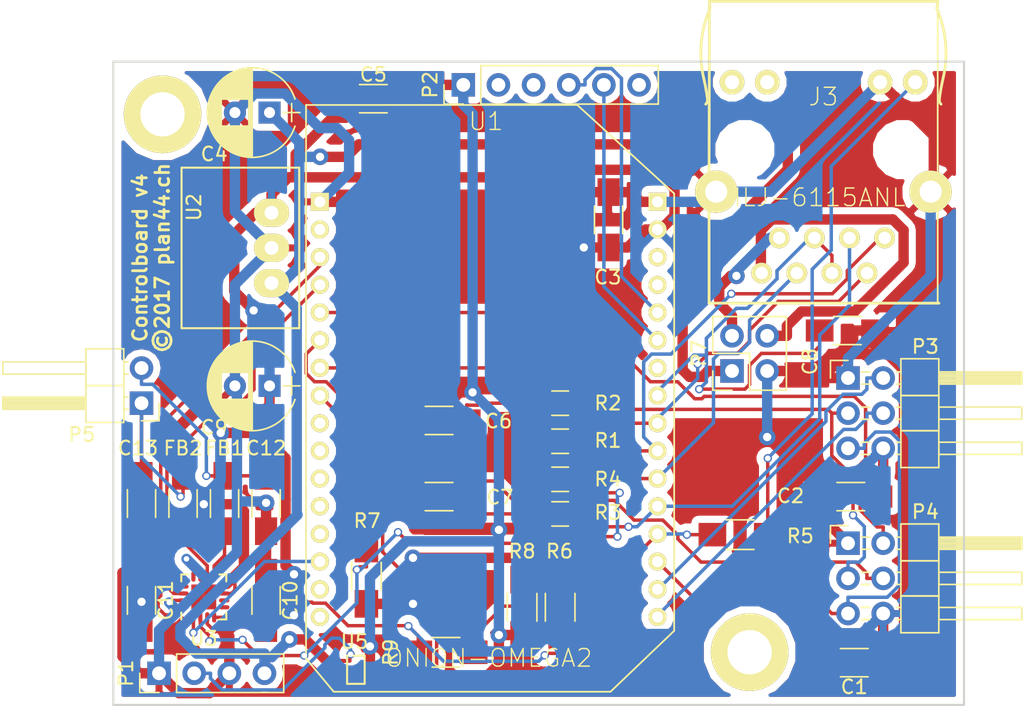
<source format=kicad_pcb>
(kicad_pcb (version 4) (host pcbnew 4.0.6)
  (layers (0 F.Cu signal) (31 B.Cu signal) (34 B.Paste user) (35 F.Paste user) (36 B.SilkS user) (37 F.SilkS user) (38 B.Mask user) (39 F.Mask user) (44 Edge.Cuts user))
  (net 0 "")
  (net 1 +3V3)
  (net 2 GND)
  (net 3 +5V)
  (net 4 "Net-(C6-Pad1)")
  (net 5 "Net-(C7-Pad1)")
  (net 6 /ETH_NETPWR)
  (net 7 /ETH_TX+)
  (net 8 /ETH_TX-)
  (net 9 /ETH_RX+)
  (net 10 /ETH_RX-)
  (net 11 "Net-(J3-Pad9)")
  (net 12 /Omega_RX)
  (net 13 /Omega_TX)
  (net 14 /TOUCH_RST)
  (net 15 /TOUCH_CHG)
  (net 16 /ETH_PWR+)
  (net 17 /ETH_PWR-)
  (net 18 "Net-(C12-Pad1)")
  (net 19 "Net-(C13-Pad1)")
  (net 20 "Net-(FB1-Pad1)")
  (net 21 "Net-(FB2-Pad1)")
  (net 22 /LEDCHAIN_DATA_5V)
  (net 23 /I2C_SCL_1)
  (net 24 /I2C_SDA_1)
  (net 25 /I2C_SCL_2)
  (net 26 /I2C_SDA_2)
  (net 27 /ETHLED_AMPEN)
  (net 28 /SD_MODE)
  (net 29 "Net-(R7-Pad2)")
  (net 30 /BITCLK)
  (net 31 /LRCLK_WS)
  (net 32 /LEDCHAIN_DATA_3V)
  (net 33 /I2S_DOUT)
  (module plan44:plan44-HLJ-6115ANL (layer F.Cu) (at 209.042 90.678)
    (fp_text reference J3 (at -1.27 -4.318 180) (layer F.SilkS) (effects (font (size 1.27 1.27) (thickness 0.1016))))
    (fp_text value HLJ-6115ANL (at -1.90754 2.9591 180) (layer F.SilkS) (effects (font (size 1.27 1.27) (thickness 0.1016))))
    (pad "" np_thru_hole circle (at 4.45 -0.5) (size 3.25 3.25) (drill 3.25) (layers *.Cu *.Mask))
    (pad 1 thru_hole circle (at 3.15468 5.8801) (size 1.4986 1.4986) (drill 0.89916) (layers *.Cu *.Mask F.Paste F.SilkS) (net 7 /ETH_TX+))
    (pad 2 thru_hole circle (at 1.88468 8.4201) (size 1.4986 1.4986) (drill 0.89916) (layers *.Cu *.Mask F.Paste F.SilkS) (net 8 /ETH_TX-))
    (pad 3 thru_hole circle (at 0.61468 5.8801) (size 1.4986 1.4986) (drill 0.89916) (layers *.Cu *.Mask F.Paste F.SilkS) (net 9 /ETH_RX+))
    (pad 4 thru_hole circle (at -0.65278 8.4201) (size 1.4986 1.4986) (drill 0.89916) (layers *.Cu *.Mask F.Paste F.SilkS) (net 6 /ETH_NETPWR))
    (pad 5 thru_hole circle (at -1.92278 5.8801) (size 1.4986 1.4986) (drill 0.89916) (layers *.Cu *.Mask F.Paste F.SilkS) (net 6 /ETH_NETPWR))
    (pad 6 thru_hole circle (at -3.19278 8.4201) (size 1.4986 1.4986) (drill 0.89916) (layers *.Cu *.Mask F.Paste F.SilkS) (net 10 /ETH_RX-))
    (pad 7 thru_hole circle (at -4.46278 5.8801) (size 1.4986 1.4986) (drill 0.89916) (layers *.Cu *.Mask F.Paste F.SilkS) (net 16 /ETH_PWR+))
    (pad 8 thru_hole circle (at -5.73278 8.4201) (size 1.4986 1.4986) (drill 0.89916) (layers *.Cu *.Mask F.Paste F.SilkS) (net 17 /ETH_PWR-))
    (pad 9 thru_hole circle (at 5.36956 -5.36956) (size 1.778 1.778) (drill 1.016) (layers *.Cu *.Mask F.Paste F.SilkS) (net 11 "Net-(J3-Pad9)"))
    (pad 10 thru_hole circle (at 2.82956 -5.36956) (size 1.778 1.778) (drill 1.016) (layers *.Cu *.Mask F.Paste F.SilkS) (net 2 GND))
    (pad 11 thru_hole circle (at -5.32892 -5.36956) (size 1.778 1.778) (drill 1.016) (layers *.Cu *.Mask F.Paste F.SilkS))
    (pad 12 thru_hole circle (at -7.86892 -5.36956) (size 1.778 1.778) (drill 1.016) (layers *.Cu *.Mask F.Paste F.SilkS))
    (pad S1 thru_hole circle (at 6.477 2.54) (size 3.048 3.048) (drill 1.59766) (layers *.Cu *.Mask F.Paste F.SilkS) (net 2 GND))
    (pad S2 thru_hole circle (at -9.017 2.54) (size 3.048 3.048) (drill 1.59766) (layers *.Cu *.Mask F.Paste F.SilkS) (net 2 GND))
    (pad "" np_thru_hole circle (at -6.95 -0.5) (size 3.25 3.25) (drill 3.25) (layers *.Cu *.Mask))
  )
  (module Mounting_Holes:MountingHole_3.2mm_M3_DIN965_Pad (layer F.Cu) (at 160.02 87.63)
    (fp_text reference MH1 hide)
    (fp_text value CONN_01X01)
    (pad 1 thru_hole circle (at 0 0) (size 5.6 5.6) (drill 3.2) (layers *.Cu *.Mask F.SilkS))
  )
  (module Mounting_Holes:MountingHole_3.2mm_M3_DIN965_Pad (layer F.Cu) (at 202.438 126.492)
    (fp_text reference MH2 hide)
    (fp_text value CONN_01X01)
    (pad 1 thru_hole circle (at 0 0) (size 5.6 5.6) (drill 3.2) (layers *.Cu *.Mask F.SilkS))
  )
  (module TO_SOT_Packages_SMD:SOT-353 (layer F.Cu) (at 173.99 127.762 180)
    (fp_text reference U5 (at 0.1016 2.032 360) (layer F.SilkS))
    (fp_text value 74AHCT1G125)
    (pad 1 smd rect (at -1.016 -0.635 180) (size 0.508 0.3048) (layers F.Cu F.Paste F.Mask) (net 2 GND))
    (pad 3 smd rect (at -1.016 0.635 180) (size 0.508 0.3048) (layers F.Cu F.Paste F.Mask) (net 2 GND))
    (pad 5 smd rect (at 1.016 -0.635 180) (size 0.508 0.3048) (layers F.Cu F.Paste F.Mask) (net 3 +5V))
    (pad 2 smd rect (at -1.016 0 180) (size 0.508 0.3048) (layers F.Cu F.Paste F.Mask) (net 32 /LEDCHAIN_DATA_3V))
    (pad 4 smd rect (at 1.016 0.635 180) (size 0.508 0.3048) (layers F.Cu F.Paste F.Mask) (net 22 /LEDCHAIN_DATA_5V))
  )
  (module Capacitors_SMD:C_1206_HandSoldering (layer F.Cu) (at 210 127.25 180)
    (fp_text reference C1 (at 0 -1.75 180) (layer F.SilkS))
    (fp_text value 100nF)
    (pad 1 smd rect (at -2 0 180) (size 2 1.6) (layers F.Cu F.Paste F.Mask) (net 1 +3V3))
    (pad 2 smd rect (at 2 0 180) (size 2 1.6) (layers F.Cu F.Paste F.Mask) (net 2 GND))
  )
  (module Capacitors_SMD:C_1206_HandSoldering (layer F.Cu) (at 209.75 115.25 180)
    (fp_text reference C2 (at 4.35 0.05 180) (layer F.SilkS))
    (fp_text value 100nF)
    (pad 1 smd rect (at -2 0 180) (size 2 1.6) (layers F.Cu F.Paste F.Mask) (net 1 +3V3))
    (pad 2 smd rect (at 2 0 180) (size 2 1.6) (layers F.Cu F.Paste F.Mask) (net 2 GND))
  )
  (module Capacitors_SMD:C_1206_HandSoldering (layer F.Cu) (at 192.25 95.25 90)
    (fp_text reference C3 (at -4.15 -0.05 180) (layer F.SilkS))
    (fp_text value 100nF)
    (pad 1 smd rect (at -2 0 90) (size 2 1.6) (layers F.Cu F.Paste F.Mask) (net 1 +3V3))
    (pad 2 smd rect (at 2 0 90) (size 2 1.6) (layers F.Cu F.Paste F.Mask) (net 2 GND))
  )
  (module Capacitors_SMD:C_1206_HandSoldering (layer F.Cu) (at 175.25 86.5)
    (fp_text reference C5 (at 0 -1.75) (layer F.SilkS))
    (fp_text value 100nF)
    (pad 1 smd rect (at -2 0) (size 2 1.6) (layers F.Cu F.Paste F.Mask) (net 1 +3V3))
    (pad 2 smd rect (at 2 0) (size 2 1.6) (layers F.Cu F.Paste F.Mask) (net 2 GND))
  )
  (module Capacitors_SMD:C_1206_HandSoldering (layer F.Cu) (at 180 109.75 180)
    (fp_text reference C6 (at -4.3 -0.05 180) (layer F.SilkS))
    (fp_text value 100nF)
    (pad 1 smd rect (at -2 0 180) (size 2 1.6) (layers F.Cu F.Paste F.Mask) (net 4 "Net-(C6-Pad1)"))
    (pad 2 smd rect (at 2 0 180) (size 2 1.6) (layers F.Cu F.Paste F.Mask) (net 2 GND))
  )
  (module Capacitors_SMD:C_1206_HandSoldering (layer F.Cu) (at 180 115.25 180)
    (fp_text reference C7 (at -4.4 -0.05 360) (layer F.SilkS))
    (fp_text value 100nF)
    (pad 1 smd rect (at -2 0 180) (size 2 1.6) (layers F.Cu F.Paste F.Mask) (net 5 "Net-(C7-Pad1)"))
    (pad 2 smd rect (at 2 0 180) (size 2 1.6) (layers F.Cu F.Paste F.Mask) (net 2 GND))
  )
  (module Capacitors_SMD:C_1206_HandSoldering (layer F.Cu) (at 209.5 103.25)
    (fp_text reference C8 (at -2.7 2.25 90) (layer F.SilkS))
    (fp_text value 1uF)
    (pad 1 smd rect (at -2 0) (size 2 1.6) (layers F.Cu F.Paste F.Mask) (net 6 /ETH_NETPWR))
    (pad 2 smd rect (at 2 0) (size 2 1.6) (layers F.Cu F.Paste F.Mask) (net 2 GND))
  )
  (module Capacitors_SMD:C_1206_HandSoldering (layer F.Cu) (at 167.5 122.75 90)
    (fp_text reference C10 (at 0 1.75 90) (layer F.SilkS))
    (fp_text value 10uF)
    (pad 1 smd rect (at -2 0 90) (size 2 1.6) (layers F.Cu F.Paste F.Mask) (net 1 +3V3))
    (pad 2 smd rect (at 2 0 90) (size 2 1.6) (layers F.Cu F.Paste F.Mask) (net 2 GND))
  )
  (module Capacitors_SMD:C_1206_HandSoldering (layer F.Cu) (at 158.5 122.75 90)
    (fp_text reference C11 (at 0 1.75 90) (layer F.SilkS))
    (fp_text value 100nF)
    (pad 1 smd rect (at -2 0 90) (size 2 1.6) (layers F.Cu F.Paste F.Mask) (net 1 +3V3))
    (pad 2 smd rect (at 2 0 90) (size 2 1.6) (layers F.Cu F.Paste F.Mask) (net 2 GND))
  )
  (module Capacitors_SMD:C_1206_HandSoldering (layer F.Cu) (at 167.5 115.75 270)
    (fp_text reference C12 (at -4 0 360) (layer F.SilkS))
    (fp_text value 220pF)
    (pad 1 smd rect (at -2 0 270) (size 2 1.6) (layers F.Cu F.Paste F.Mask) (net 18 "Net-(C12-Pad1)"))
    (pad 2 smd rect (at 2 0 270) (size 2 1.6) (layers F.Cu F.Paste F.Mask) (net 2 GND))
  )
  (module Capacitors_SMD:C_1206_HandSoldering (layer F.Cu) (at 158.5 115.75 270)
    (fp_text reference C13 (at -4 0.25 360) (layer F.SilkS))
    (fp_text value 220pF)
    (pad 1 smd rect (at -2 0 270) (size 2 1.6) (layers F.Cu F.Paste F.Mask) (net 19 "Net-(C13-Pad1)"))
    (pad 2 smd rect (at 2 0 270) (size 2 1.6) (layers F.Cu F.Paste F.Mask) (net 2 GND))
  )
  (module Capacitors_SMD:C_1206_HandSoldering (layer F.Cu) (at 164.5 115.75 90)
    (fp_text reference FB1 (at 4 0 180) (layer F.SilkS))
    (fp_text value Ferritebead)
    (pad 1 smd rect (at -2 0 90) (size 2 1.6) (layers F.Cu F.Paste F.Mask) (net 20 "Net-(FB1-Pad1)"))
    (pad 2 smd rect (at 2 0 90) (size 2 1.6) (layers F.Cu F.Paste F.Mask) (net 18 "Net-(C12-Pad1)"))
  )
  (module Capacitors_SMD:C_1206_HandSoldering (layer F.Cu) (at 161.5 115.75 90)
    (fp_text reference FB2 (at 4 0 180) (layer F.SilkS))
    (fp_text value Ferritebead)
    (pad 1 smd rect (at -2 0 90) (size 2 1.6) (layers F.Cu F.Paste F.Mask) (net 21 "Net-(FB2-Pad1)"))
    (pad 2 smd rect (at 2 0 90) (size 2 1.6) (layers F.Cu F.Paste F.Mask) (net 19 "Net-(C13-Pad1)"))
  )
  (module Pin_Headers:Pin_Header_Straight_1x04_Pitch2.54mm (layer F.Cu) (at 159.766 128.016 90)
    (fp_text reference P1 (at 0 -2.39 90) (layer F.SilkS))
    (fp_text value CONN_01X04)
    (pad 1 thru_hole rect (at 0 0 90) (size 1.7 1.7) (drill 1) (layers *.Cu *.Mask) (net 2 GND))
    (pad 2 thru_hole oval (at 0 2.54 90) (size 1.7 1.7) (drill 1) (layers *.Cu *.Mask) (net 22 /LEDCHAIN_DATA_5V))
    (pad 3 thru_hole oval (at 0 5.08 90) (size 1.7 1.7) (drill 1) (layers *.Cu *.Mask) (net 2 GND))
    (pad 4 thru_hole oval (at 0 7.62 90) (size 1.7 1.7) (drill 1) (layers *.Cu *.Mask) (net 3 +5V))
  )
  (module Pin_Headers:Pin_Header_Straight_1x06_Pitch2.54mm (layer F.Cu) (at 181.75 85.5 90)
    (fp_text reference P2 (at 0 -2.39 90) (layer F.SilkS))
    (fp_text value FDI_Cable)
    (pad 1 thru_hole rect (at 0 0 90) (size 1.7 1.7) (drill 1) (layers *.Cu *.Mask) (net 2 GND))
    (pad 2 thru_hole oval (at 0 2.54 90) (size 1.7 1.7) (drill 1) (layers *.Cu *.Mask))
    (pad 3 thru_hole oval (at 0 5.08 90) (size 1.7 1.7) (drill 1) (layers *.Cu *.Mask))
    (pad 4 thru_hole oval (at 0 7.62 90) (size 1.7 1.7) (drill 1) (layers *.Cu *.Mask) (net 12 /Omega_RX))
    (pad 5 thru_hole oval (at 0 10.16 90) (size 1.7 1.7) (drill 1) (layers *.Cu *.Mask) (net 13 /Omega_TX))
    (pad 6 thru_hole oval (at 0 12.7 90) (size 1.7 1.7) (drill 1) (layers *.Cu *.Mask))
  )
  (module Pin_Headers:Pin_Header_Angled_2x03_Pitch2.54mm (layer F.Cu) (at 209.55 106.68)
    (fp_text reference P3 (at 5.585 -2.27) (layer F.SilkS))
    (fp_text value CONN_02X03)
    (pad 1 thru_hole rect (at 0 0) (size 1.7 1.7) (drill 1) (layers *.Cu *.Mask) (net 2 GND))
    (pad 2 thru_hole oval (at 2.54 0) (size 1.7 1.7) (drill 1) (layers *.Cu *.Mask) (net 23 /I2C_SCL_1))
    (pad 3 thru_hole oval (at 0 2.54) (size 1.7 1.7) (drill 1) (layers *.Cu *.Mask) (net 14 /TOUCH_RST))
    (pad 4 thru_hole oval (at 2.54 2.54) (size 1.7 1.7) (drill 1) (layers *.Cu *.Mask) (net 24 /I2C_SDA_1))
    (pad 5 thru_hole oval (at 0 5.08) (size 1.7 1.7) (drill 1) (layers *.Cu *.Mask) (net 15 /TOUCH_CHG))
    (pad 6 thru_hole oval (at 2.54 5.08) (size 1.7 1.7) (drill 1) (layers *.Cu *.Mask) (net 1 +3V3))
  )
  (module Pin_Headers:Pin_Header_Angled_2x03_Pitch2.54mm (layer F.Cu) (at 209.55 118.618)
    (fp_text reference P4 (at 5.585 -2.27) (layer F.SilkS))
    (fp_text value CONN_02X03)
    (pad 1 thru_hole rect (at 0 0) (size 1.7 1.7) (drill 1) (layers *.Cu *.Mask) (net 2 GND))
    (pad 2 thru_hole oval (at 2.54 0) (size 1.7 1.7) (drill 1) (layers *.Cu *.Mask) (net 25 /I2C_SCL_2))
    (pad 3 thru_hole oval (at 0 2.54) (size 1.7 1.7) (drill 1) (layers *.Cu *.Mask) (net 14 /TOUCH_RST))
    (pad 4 thru_hole oval (at 2.54 2.54) (size 1.7 1.7) (drill 1) (layers *.Cu *.Mask) (net 26 /I2C_SDA_2))
    (pad 5 thru_hole oval (at 0 5.08) (size 1.7 1.7) (drill 1) (layers *.Cu *.Mask) (net 15 /TOUCH_CHG))
    (pad 6 thru_hole oval (at 2.54 5.08) (size 1.7 1.7) (drill 1) (layers *.Cu *.Mask) (net 1 +3V3))
  )
  (module Pin_Headers:Pin_Header_Angled_1x02_Pitch2.54mm (layer F.Cu) (at 158.5 108.5 180)
    (fp_text reference P5 (at 4.315 -2.27 180) (layer F.SilkS))
    (fp_text value CONN_01X02)
    (pad 1 thru_hole rect (at 0 0 180) (size 1.7 1.7) (drill 1) (layers *.Cu *.Mask) (net 19 "Net-(C13-Pad1)"))
    (pad 2 thru_hole oval (at 0 2.54 180) (size 1.7 1.7) (drill 1) (layers *.Cu *.Mask) (net 18 "Net-(C12-Pad1)"))
  )
  (module Pin_Headers:Pin_Header_Straight_2x02_Pitch2.54mm (layer F.Cu) (at 201.168 106.172 90)
    (fp_text reference P7 (at 1.27 -2.39 90) (layer F.SilkS))
    (fp_text value CONN_02X02)
    (pad 1 thru_hole rect (at 0 0 90) (size 1.7 1.7) (drill 1) (layers *.Cu *.Mask) (net 3 +5V))
    (pad 2 thru_hole oval (at 2.54 0 90) (size 1.7 1.7) (drill 1) (layers *.Cu *.Mask) (net 16 /ETH_PWR+))
    (pad 3 thru_hole oval (at 0 2.54 90) (size 1.7 1.7) (drill 1) (layers *.Cu *.Mask) (net 2 GND))
    (pad 4 thru_hole oval (at 2.54 2.54 90) (size 1.7 1.7) (drill 1) (layers *.Cu *.Mask) (net 17 /ETH_PWR-))
  )
  (module Resistors_SMD:R_0805_HandSoldering (layer F.Cu) (at 188.75 111.25)
    (fp_text reference R1 (at 3.45 -0.05) (layer F.SilkS))
    (fp_text value 49.9_1%)
    (pad 1 smd rect (at -1.35 0) (size 1.5 1.3) (layers F.Cu F.Paste F.Mask) (net 4 "Net-(C6-Pad1)"))
    (pad 2 smd rect (at 1.35 0) (size 1.5 1.3) (layers F.Cu F.Paste F.Mask) (net 7 /ETH_TX+))
  )
  (module Resistors_SMD:R_0805_HandSoldering (layer F.Cu) (at 188.75 108.5)
    (fp_text reference R2 (at 3.45 0) (layer F.SilkS))
    (fp_text value 49.9_1%)
    (pad 1 smd rect (at -1.35 0) (size 1.5 1.3) (layers F.Cu F.Paste F.Mask) (net 4 "Net-(C6-Pad1)"))
    (pad 2 smd rect (at 1.35 0) (size 1.5 1.3) (layers F.Cu F.Paste F.Mask) (net 8 /ETH_TX-))
  )
  (module Resistors_SMD:R_0805_HandSoldering (layer F.Cu) (at 188.75 116.5)
    (fp_text reference R3 (at 3.45 -0.1) (layer F.SilkS))
    (fp_text value 49.9_1%)
    (pad 1 smd rect (at -1.35 0) (size 1.5 1.3) (layers F.Cu F.Paste F.Mask) (net 5 "Net-(C7-Pad1)"))
    (pad 2 smd rect (at 1.35 0) (size 1.5 1.3) (layers F.Cu F.Paste F.Mask) (net 9 /ETH_RX+))
  )
  (module Resistors_SMD:R_0805_HandSoldering (layer F.Cu) (at 188.75 114)
    (fp_text reference R4 (at 3.45 0) (layer F.SilkS))
    (fp_text value 49.9_1%)
    (pad 1 smd rect (at -1.35 0) (size 1.5 1.3) (layers F.Cu F.Paste F.Mask) (net 5 "Net-(C7-Pad1)"))
    (pad 2 smd rect (at 1.35 0) (size 1.5 1.3) (layers F.Cu F.Paste F.Mask) (net 10 /ETH_RX-))
  )
  (module Resistors_SMD:R_1206_HandSoldering (layer F.Cu) (at 201.75 118)
    (fp_text reference R5 (at 4.35 0.1) (layer F.SilkS))
    (fp_text value 1k)
    (pad 1 smd rect (at -2 0) (size 2 1.7) (layers F.Cu F.Paste F.Mask) (net 27 /ETHLED_AMPEN))
    (pad 2 smd rect (at 2 0) (size 2 1.7) (layers F.Cu F.Paste F.Mask) (net 11 "Net-(J3-Pad9)"))
  )
  (module Resistors_SMD:R_1206_HandSoldering (layer F.Cu) (at 188.75 123.25 270)
    (fp_text reference R6 (at -4.05 0.05 360) (layer F.SilkS))
    (fp_text value 1M)
    (pad 1 smd rect (at -2 0 270) (size 2 1.7) (layers F.Cu F.Paste F.Mask) (net 1 +3V3))
    (pad 2 smd rect (at 2 0 270) (size 2 1.7) (layers F.Cu F.Paste F.Mask) (net 28 /SD_MODE))
  )
  (module Resistors_SMD:R_1206_HandSoldering (layer F.Cu) (at 174.75 121 90)
    (fp_text reference R7 (at 4 0.05 180) (layer F.SilkS))
    (fp_text value 100k)
    (pad 1 smd rect (at -2 0 90) (size 2 1.7) (layers F.Cu F.Paste F.Mask) (net 1 +3V3))
    (pad 2 smd rect (at 2 0 90) (size 2 1.7) (layers F.Cu F.Paste F.Mask) (net 29 "Net-(R7-Pad2)"))
  )
  (module Resistors_SMD:R_1206_HandSoldering (layer F.Cu) (at 186 123.25 90)
    (fp_text reference R8 (at 4.05 0 180) (layer F.SilkS))
    (fp_text value 100k)
    (pad 1 smd rect (at -2 0 90) (size 2 1.7) (layers F.Cu F.Paste F.Mask) (net 2 GND))
    (pad 2 smd rect (at 2 0 90) (size 2 1.7) (layers F.Cu F.Paste F.Mask) (net 29 "Net-(R7-Pad2)"))
  )
  (module Resistors_SMD:R_1206_HandSoldering (layer F.Cu) (at 180.5 126.5 180)
    (fp_text reference R9 (at 4 0 270) (layer F.SilkS))
    (fp_text value 1M)
    (pad 1 smd rect (at -2 0 180) (size 2 1.7) (layers F.Cu F.Paste F.Mask) (net 27 /ETHLED_AMPEN))
    (pad 2 smd rect (at 2 0 180) (size 2 1.7) (layers F.Cu F.Paste F.Mask) (net 28 /SD_MODE))
  )
  (module plan44:plan44-ONION-2MM-2X16 (layer F.Cu) (at 183.388 107.95)
    (fp_text reference U1 (at 0 -19.812) (layer F.SilkS) (effects (font (size 1.27 1.27) (thickness 0.1016))))
    (fp_text value ONION-OMEGA2 (at 0.20828 18.96364) (layer F.SilkS) (effects (font (size 1.27 1.27) (thickness 0.1016))))
    (pad B1 thru_hole rect (at 12.39774 -13.99794) (size 1.30556 1.30556) (drill 0.79756) (layers *.Cu *.Mask F.Paste F.SilkS) (net 2 GND))
    (pad B2 thru_hole circle (at 12.39774 -11.99896) (size 1.30556 1.30556) (drill 0.79756) (layers *.Cu *.Mask F.Paste F.SilkS) (net 1 +3V3))
    (pad B3 thru_hole circle (at 12.39774 -9.99998) (size 1.30556 1.30556) (drill 0.79756) (layers *.Cu *.Mask F.Paste F.SilkS))
    (pad B4 thru_hole circle (at 12.39774 -7.99846) (size 1.30556 1.30556) (drill 0.79756) (layers *.Cu *.Mask F.Paste F.SilkS))
    (pad B5 thru_hole circle (at 12.39774 -5.99948) (size 1.30556 1.30556) (drill 0.79756) (layers *.Cu *.Mask F.Paste F.SilkS) (net 12 /Omega_RX))
    (pad B6 thru_hole circle (at 12.39774 -3.99796) (size 1.30556 1.30556) (drill 0.79756) (layers *.Cu *.Mask F.Paste F.SilkS) (net 13 /Omega_TX))
    (pad B7 thru_hole circle (at 12.39774 -1.99898) (size 1.30556 1.30556) (drill 0.79756) (layers *.Cu *.Mask F.Paste F.SilkS))
    (pad B8 thru_hole circle (at 12.39774 0) (size 1.30556 1.30556) (drill 0.79756) (layers *.Cu *.Mask F.Paste F.SilkS) (net 6 /ETH_NETPWR))
    (pad B9 thru_hole circle (at 12.39774 1.99898) (size 1.30556 1.30556) (drill 0.79756) (layers *.Cu *.Mask F.Paste F.SilkS) (net 8 /ETH_TX-))
    (pad B10 thru_hole circle (at 12.39774 3.99796) (size 1.30556 1.30556) (drill 0.79756) (layers *.Cu *.Mask F.Paste F.SilkS) (net 7 /ETH_TX+))
    (pad B11 thru_hole circle (at 12.39774 5.99948) (size 1.30556 1.30556) (drill 0.79756) (layers *.Cu *.Mask F.Paste F.SilkS) (net 10 /ETH_RX-))
    (pad B12 thru_hole circle (at 12.39774 7.99846) (size 1.30556 1.30556) (drill 0.79756) (layers *.Cu *.Mask F.Paste F.SilkS) (net 9 /ETH_RX+))
    (pad B13 thru_hole circle (at 12.39774 9.99998) (size 1.30556 1.30556) (drill 0.79756) (layers *.Cu *.Mask F.Paste F.SilkS) (net 27 /ETHLED_AMPEN))
    (pad B14 thru_hole circle (at 12.39774 11.99896) (size 1.30556 1.30556) (drill 0.79756) (layers *.Cu *.Mask F.Paste F.SilkS) (net 15 /TOUCH_CHG))
    (pad B15 thru_hole circle (at 12.39774 13.99794) (size 1.30556 1.30556) (drill 0.79756) (layers *.Cu *.Mask F.Paste F.SilkS) (net 23 /I2C_SCL_1))
    (pad B16 thru_hole circle (at 12.39774 15.99946) (size 1.30556 1.30556) (drill 0.79756) (layers *.Cu *.Mask F.Paste F.SilkS) (net 24 /I2C_SDA_1))
    (pad A1 thru_hole rect (at -11.99896 -13.99794) (size 1.30556 1.30556) (drill 0.79756) (layers *.Cu *.Mask F.Paste F.SilkS) (net 2 GND))
    (pad A2 thru_hole circle (at -11.99896 -11.99896) (size 1.30556 1.30556) (drill 0.79756) (layers *.Cu *.Mask F.Paste F.SilkS))
    (pad A3 thru_hole circle (at -11.99896 -9.99998) (size 1.30556 1.30556) (drill 0.79756) (layers *.Cu *.Mask F.Paste F.SilkS) (net 30 /BITCLK))
    (pad A4 thru_hole circle (at -11.99896 -7.99846) (size 1.30556 1.30556) (drill 0.79756) (layers *.Cu *.Mask F.Paste F.SilkS) (net 31 /LRCLK_WS))
    (pad A5 thru_hole circle (at -11.99896 -5.99948) (size 1.30556 1.30556) (drill 0.79756) (layers *.Cu *.Mask F.Paste F.SilkS) (net 25 /I2C_SCL_2))
    (pad A6 thru_hole circle (at -11.99896 -3.99796) (size 1.30556 1.30556) (drill 0.79756) (layers *.Cu *.Mask F.Paste F.SilkS) (net 26 /I2C_SDA_2))
    (pad A7 thru_hole circle (at -11.99896 -1.99898) (size 1.30556 1.30556) (drill 0.79756) (layers *.Cu *.Mask F.Paste F.SilkS) (net 14 /TOUCH_RST))
    (pad A8 thru_hole circle (at -11.99896 0) (size 1.30556 1.30556) (drill 0.79756) (layers *.Cu *.Mask F.Paste F.SilkS) (net 32 /LEDCHAIN_DATA_3V))
    (pad A9 thru_hole circle (at -11.99896 1.99898) (size 1.30556 1.30556) (drill 0.79756) (layers *.Cu *.Mask F.Paste F.SilkS))
    (pad A10 thru_hole circle (at -11.99896 3.99796) (size 1.30556 1.30556) (drill 0.79756) (layers *.Cu *.Mask F.Paste F.SilkS))
    (pad A11 thru_hole circle (at -11.99896 5.99948) (size 1.30556 1.30556) (drill 0.79756) (layers *.Cu *.Mask F.Paste F.SilkS))
    (pad A12 thru_hole circle (at -11.99896 7.99846) (size 1.30556 1.30556) (drill 0.79756) (layers *.Cu *.Mask F.Paste F.SilkS))
    (pad A13 thru_hole circle (at -11.99896 9.99998) (size 1.30556 1.30556) (drill 0.79756) (layers *.Cu *.Mask F.Paste F.SilkS))
    (pad A14 thru_hole circle (at -11.99896 11.99896) (size 1.30556 1.30556) (drill 0.79756) (layers *.Cu *.Mask F.Paste F.SilkS) (net 33 /I2S_DOUT))
    (pad A15 thru_hole circle (at -11.99896 13.99794) (size 1.30556 1.30556) (drill 0.79756) (layers *.Cu *.Mask F.Paste F.SilkS))
    (pad A16 thru_hole circle (at -11.99896 15.99946) (size 1.30556 1.30556) (drill 0.79756) (layers *.Cu *.Mask F.Paste F.SilkS))
  )
  (module Housings_DFN_QFN:QFN-16-1EP_3x3mm_Pitch0.5mm (layer F.Cu) (at 163 122.5 90)
    (fp_text reference U3 (at -3 0 180) (layer F.SilkS))
    (fp_text value MAX98357A)
    (pad 1 smd oval (at -1.475 -0.75 90) (size 0.75 0.3) (layers F.Cu F.Paste F.Mask) (net 33 /I2S_DOUT))
    (pad 2 smd oval (at -1.475 -0.25 90) (size 0.75 0.3) (layers F.Cu F.Paste F.Mask) (net 29 "Net-(R7-Pad2)"))
    (pad 3 smd oval (at -1.475 0.25 90) (size 0.75 0.3) (layers F.Cu F.Paste F.Mask) (net 2 GND))
    (pad 4 smd oval (at -1.475 0.75 90) (size 0.75 0.3) (layers F.Cu F.Paste F.Mask) (net 28 /SD_MODE))
    (pad 5 smd oval (at -0.75 1.475 180) (size 0.75 0.3) (layers F.Cu F.Paste F.Mask))
    (pad 6 smd oval (at -0.25 1.475 180) (size 0.75 0.3) (layers F.Cu F.Paste F.Mask))
    (pad 7 smd oval (at 0.25 1.475 180) (size 0.75 0.3) (layers F.Cu F.Paste F.Mask) (net 1 +3V3))
    (pad 8 smd oval (at 0.75 1.475 180) (size 0.75 0.3) (layers F.Cu F.Paste F.Mask) (net 1 +3V3))
    (pad 9 smd oval (at 1.475 0.75 90) (size 0.75 0.3) (layers F.Cu F.Paste F.Mask) (net 20 "Net-(FB1-Pad1)"))
    (pad 10 smd oval (at 1.475 0.25 90) (size 0.75 0.3) (layers F.Cu F.Paste F.Mask) (net 21 "Net-(FB2-Pad1)"))
    (pad 11 smd oval (at 1.475 -0.25 90) (size 0.75 0.3) (layers F.Cu F.Paste F.Mask) (net 2 GND))
    (pad 12 smd oval (at 1.475 -0.75 90) (size 0.75 0.3) (layers F.Cu F.Paste F.Mask))
    (pad 13 smd oval (at 0.75 -1.475 180) (size 0.75 0.3) (layers F.Cu F.Paste F.Mask))
    (pad 14 smd oval (at 0.25 -1.475 180) (size 0.75 0.3) (layers F.Cu F.Paste F.Mask) (net 31 /LRCLK_WS))
    (pad 15 smd oval (at -0.25 -1.475 180) (size 0.75 0.3) (layers F.Cu F.Paste F.Mask) (net 2 GND))
    (pad 16 smd oval (at -0.75 -1.475 180) (size 0.75 0.3) (layers F.Cu F.Paste F.Mask) (net 30 /BITCLK))
    (pad 17 smd rect (at 0.45 0.45 90) (size 0.9 0.9) (layers F.Cu F.Paste F.Mask))
    (pad 17 smd rect (at 0.45 -0.45 90) (size 0.9 0.9) (layers F.Cu F.Paste F.Mask))
    (pad 17 smd rect (at -0.45 0.45 90) (size 0.9 0.9) (layers F.Cu F.Paste F.Mask))
    (pad 17 smd rect (at -0.45 -0.45 90) (size 0.9 0.9) (layers F.Cu F.Paste F.Mask))
  )
  (module Capacitors_ThroughHole:CP_Radial_D6.3mm_P2.50mm (layer F.Cu) (at 167.75 87.5 180)
    (fp_text reference C4 (at 4 -3 180) (layer F.SilkS))
    (fp_text value 10uF)
    (pad 1 thru_hole rect (at 0 0 180) (size 1.6 1.6) (drill 0.8) (layers *.Cu *.Mask) (net 3 +5V))
    (pad 2 thru_hole circle (at 2.5 0 180) (size 1.6 1.6) (drill 0.8) (layers *.Cu *.Mask) (net 2 GND))
  )
  (module Capacitors_ThroughHole:CP_Radial_D6.3mm_P2.50mm (layer F.Cu) (at 167.75 107.25 180)
    (fp_text reference C9 (at 4 -3 180) (layer F.SilkS))
    (fp_text value 33uF)
    (pad 1 thru_hole rect (at 0 0 180) (size 1.6 1.6) (drill 0.8) (layers *.Cu *.Mask) (net 1 +3V3))
    (pad 2 thru_hole circle (at 2.5 0 180) (size 1.6 1.6) (drill 0.8) (layers *.Cu *.Mask) (net 2 GND))
  )
  (module plan44-Recom-R78Cxx (layer F.Cu) (at 167.894 94.742 270)
    (fp_text reference U2 (at -0.4 5.6 270) (layer F.SilkS))
    (fp_text value Recom_R78Cxx)
    (pad 2 thru_hole oval (at 2.54 0 270) (size 2.032 2.54) (drill 1) (layers *.Cu *.Mask F.SilkS) (net 2 GND))
    (pad 1 thru_hole oval (at 5.08 0 270) (size 2.032 2.54) (drill 1) (layers *.Cu *.Mask F.SilkS) (net 3 +5V))
    (pad 3 thru_hole oval (at 0 0 270) (size 2.032 2.54) (drill 1) (layers *.Cu *.Mask F.SilkS) (net 1 +3V3))
  )
  (gr_text "Controlboard v4\n©2017 plan44.ch" (at 159.2 98 90) (layer F.SilkS) (effects (font (size 1 1) (thickness 0.2))))
  (gr_line (start 217.932 83.82) (end 156.464 83.82) (angle 90) (layer Edge.Cuts) (width 0.15))
  (gr_line (start 156.464 130.302) (end 156.464 83.82) (angle 90) (layer Edge.Cuts) (width 0.15))
  (gr_line (start 217.932 130.302) (end 156.464 130.302) (angle 90) (layer Edge.Cuts) (width 0.15))
  (gr_line (start 217.932 83.82) (end 217.932 130.302) (angle 90) (layer Edge.Cuts) (width 0.15))
  (segment (start 167.894 94.742) (end 166.758 94.742) (width 0.75) (layer F.Cu) (net 1))
  (segment (start 166.758 94.742) (end 165.2 96.3) (width 0.75) (layer F.Cu) (net 1))
  (segment (start 167.75 102.95) (end 167.75 107.25) (width 0.75) (layer B.Cu) (net 1))
  (segment (start 166.6 101.8) (end 167.75 102.95) (width 0.75) (layer B.Cu) (net 1))
  (via (at 166.6 101.8) (size 1.2) (drill 0.6) (layers F.Cu B.Cu) (net 1))
  (segment (start 165.2 100.4) (end 166.6 101.8) (width 0.75) (layer F.Cu) (net 1))
  (segment (start 165.2 96.3) (end 165.2 100.4) (width 0.75) (layer F.Cu) (net 1))
  (segment (start 169.769 92.1796) (end 169.1204 92.1796) (width 0.75) (layer F.Cu) (net 1))
  (segment (start 167.894 93.406) (end 167.894 94.742) (width 0.75) (layer F.Cu) (net 1))
  (segment (start 169.1204 92.1796) (end 167.894 93.406) (width 0.75) (layer F.Cu) (net 1))
  (segment (start 162.73105 115.53105) (end 163 115.8) (width 0.75) (layer B.Cu) (net 1))
  (segment (start 165.8998 116.7233) (end 165.8998 120.3252) (width 0.75) (layer F.Cu) (net 1))
  (segment (start 165.8998 120.3252) (end 165.25 120.975) (width 0.75) (layer F.Cu) (net 1))
  (segment (start 165.8998 116.2998) (end 165.8998 116.7233) (width 0.75) (layer F.Cu) (net 1))
  (segment (start 165.4 115.8) (end 165.8998 116.2998) (width 0.75) (layer F.Cu) (net 1))
  (segment (start 163 115.8) (end 165.4 115.8) (width 0.75) (layer F.Cu) (net 1))
  (via (at 163 115.8) (size 1.2) (drill 0.6) (layers F.Cu B.Cu) (net 1))
  (segment (start 164.475 122.25) (end 165 122.25) (width 0.25) (layer F.Cu) (net 1))
  (segment (start 165 122.25) (end 165.25 122) (width 0.25) (layer F.Cu) (net 1))
  (segment (start 165.25 122) (end 165.25 120.975) (width 0.25) (layer F.Cu) (net 1))
  (via (at 178.1152 123) (size 1.2) (drill 0.6) (layers F.Cu B.Cu) (net 1))
  (via (at 178.1152 119.6746) (size 1.2) (drill 0.6) (layers F.Cu B.Cu) (net 1))
  (via (at 158.5 122.8498) (size 1.2) (drill 0.6) (layers F.Cu B.Cu) (net 1))
  (via (at 164.2198 110.6483) (size 1.2) (drill 0.6) (layers F.Cu B.Cu) (net 1))
  (via (at 169.5181 123.8201) (size 1.2) (drill 0.6) (layers F.Cu B.Cu) (net 1))
  (via (at 169.5181 120.8614) (size 1.2) (drill 0.6) (layers F.Cu B.Cu) (net 1))
  (via (at 190.4599 97.25) (size 1.2) (drill 0.6) (layers F.Cu B.Cu) (net 1))
  (segment (start 173.25 86.5) (end 173.25 87.8753) (width 0.75) (layer F.Cu) (net 1))
  (segment (start 194.9243 95.951) (end 193.6253 97.25) (width 0.75) (layer F.Cu) (net 1))
  (segment (start 195.7857 95.951) (end 194.9243 95.951) (width 0.75) (layer F.Cu) (net 1))
  (segment (start 187.1746 119.6746) (end 178.1152 119.6746) (width 0.75) (layer F.Cu) (net 1))
  (segment (start 188.75 121.25) (end 187.1746 119.6746) (width 0.75) (layer F.Cu) (net 1))
  (segment (start 174.75 123) (end 178.1152 123) (width 0.75) (layer F.Cu) (net 1))
  (segment (start 178.1152 119.6746) (end 178.1152 123) (width 0.75) (layer B.Cu) (net 1))
  (segment (start 212.09 125.7847) (end 212 125.8747) (width 0.75) (layer F.Cu) (net 1))
  (segment (start 212.09 123.698) (end 212.09 125.7847) (width 0.75) (layer F.Cu) (net 1))
  (segment (start 212 127.25) (end 212 125.8747) (width 0.75) (layer F.Cu) (net 1))
  (segment (start 212.09 113.5347) (end 211.75 113.8747) (width 0.75) (layer F.Cu) (net 1))
  (segment (start 212.09 111.76) (end 212.09 113.5347) (width 0.75) (layer F.Cu) (net 1))
  (segment (start 211.75 115.25) (end 211.75 113.8747) (width 0.75) (layer F.Cu) (net 1))
  (segment (start 167.75 107.25) (end 167.75 108.6253) (width 0.75) (layer F.Cu) (net 1))
  (segment (start 158.5 119.7621) (end 158.5 122.8498) (width 0.75) (layer B.Cu) (net 1))
  (segment (start 164.2198 114.0423) (end 162.73105 115.53105) (width 0.75) (layer B.Cu) (net 1))
  (segment (start 162.73105 115.53105) (end 158.5 119.7621) (width 0.75) (layer B.Cu) (net 1))
  (segment (start 164.2198 110.6483) (end 164.2198 114.0423) (width 0.75) (layer B.Cu) (net 1))
  (segment (start 158.5 124.75) (end 158.5 122.8498) (width 0.75) (layer F.Cu) (net 1))
  (segment (start 169.5181 123.8201) (end 169.5181 120.8614) (width 0.75) (layer B.Cu) (net 1))
  (segment (start 167.0746 109.3007) (end 167.75 108.6253) (width 0.75) (layer F.Cu) (net 1))
  (segment (start 167.0746 110.6483) (end 167.0746 109.3007) (width 0.75) (layer F.Cu) (net 1))
  (segment (start 167.0746 110.6483) (end 164.2198 110.6483) (width 0.75) (layer F.Cu) (net 1))
  (segment (start 196.0145 95.951) (end 195.7857 95.951) (width 0.75) (layer F.Cu) (net 1))
  (segment (start 197.0139 94.9516) (end 196.0145 95.951) (width 0.75) (layer F.Cu) (net 1))
  (segment (start 197.0139 92.9862) (end 197.0139 94.9516) (width 0.75) (layer F.Cu) (net 1))
  (segment (start 195.6631 91.6354) (end 197.0139 92.9862) (width 0.75) (layer F.Cu) (net 1))
  (segment (start 190.9667 91.6354) (end 195.6631 91.6354) (width 0.75) (layer F.Cu) (net 1))
  (segment (start 190.4225 92.1796) (end 190.9667 91.6354) (width 0.75) (layer F.Cu) (net 1))
  (segment (start 169.769 92.1796) (end 190.4225 92.1796) (width 0.75) (layer F.Cu) (net 1))
  (segment (start 169.6384 92.049) (end 169.769 92.1796) (width 0.75) (layer F.Cu) (net 1))
  (segment (start 169.6384 90.5165) (end 169.6384 92.049) (width 0.75) (layer F.Cu) (net 1))
  (segment (start 172.2796 87.8753) (end 169.6384 90.5165) (width 0.75) (layer F.Cu) (net 1))
  (segment (start 173.25 87.8753) (end 172.2796 87.8753) (width 0.75) (layer F.Cu) (net 1))
  (segment (start 192.9377 97.25) (end 193.6253 97.25) (width 0.75) (layer F.Cu) (net 1))
  (segment (start 192.9377 97.25) (end 192.25 97.25) (width 0.75) (layer F.Cu) (net 1))
  (segment (start 192.25 97.25) (end 190.4599 97.25) (width 0.75) (layer F.Cu) (net 1))
  (segment (start 190.4599 125.1783) (end 190.4599 97.25) (width 0.75) (layer B.Cu) (net 1))
  (segment (start 210.6643 125.1237) (end 212.09 123.698) (width 0.75) (layer B.Cu) (net 1))
  (segment (start 208.9438 125.1237) (end 210.6643 125.1237) (width 0.75) (layer B.Cu) (net 1))
  (segment (start 203.8351 120.0149) (end 208.9438 125.1237) (width 0.75) (layer B.Cu) (net 1))
  (segment (start 212.09 111.76) (end 203.8351 120.0149) (width 0.75) (layer B.Cu) (net 1))
  (segment (start 198.6717 125.1783) (end 190.4599 125.1783) (width 0.75) (layer B.Cu) (net 1))
  (segment (start 203.8351 120.0149) (end 198.6717 125.1783) (width 0.75) (layer B.Cu) (net 1))
  (segment (start 168.4299 123.8201) (end 167.5 124.75) (width 0.75) (layer F.Cu) (net 1))
  (segment (start 169.5181 123.8201) (end 168.4299 123.8201) (width 0.75) (layer F.Cu) (net 1))
  (segment (start 181.5551 126.4399) (end 178.1152 123) (width 0.75) (layer B.Cu) (net 1))
  (segment (start 186.6702 126.4399) (end 181.5551 126.4399) (width 0.75) (layer B.Cu) (net 1))
  (segment (start 187.9318 125.1783) (end 186.6702 126.4399) (width 0.75) (layer B.Cu) (net 1))
  (segment (start 190.4599 125.1783) (end 187.9318 125.1783) (width 0.75) (layer B.Cu) (net 1))
  (segment (start 165.25 120.975) (end 164.6694 121.5556) (width 0.75) (layer F.Cu) (net 1))
  (segment (start 164.6694 121.5556) (end 164.475 121.75) (width 0.2998) (layer F.Cu) (net 1))
  (segment (start 168.9072 112.4809) (end 168.9072 115.4246) (width 0.75) (layer F.Cu) (net 1))
  (segment (start 167.0746 110.6483) (end 168.9072 112.4809) (width 0.75) (layer F.Cu) (net 1))
  (segment (start 168.9072 120.2505) (end 169.5181 120.8614) (width 0.75) (layer F.Cu) (net 1))
  (segment (start 168.9072 115.4246) (end 168.9072 120.2505) (width 0.75) (layer F.Cu) (net 1))
  (segment (start 171.3759 88.6241) (end 172.6241 88.6241) (width 0.75) (layer B.Cu) (net 2))
  (segment (start 173.5 91.8411) (end 171.38904 93.95206) (width 0.75) (layer B.Cu) (net 2))
  (segment (start 173.5 89.5) (end 173.5 91.8411) (width 0.75) (layer B.Cu) (net 2))
  (segment (start 172.6241 88.6241) (end 173.5 89.5) (width 0.75) (layer B.Cu) (net 2))
  (segment (start 165.3951 115.6) (end 167.4 115.6) (width 0.75) (layer B.Cu) (net 2))
  (segment (start 167.5 115.7) (end 167.5 117.75) (width 0.75) (layer F.Cu) (net 2))
  (via (at 167.5 115.7) (size 1.2) (drill 0.6) (layers F.Cu B.Cu) (net 2))
  (segment (start 167.4 115.6) (end 167.5 115.7) (width 0.75) (layer B.Cu) (net 2))
  (segment (start 160.5 122.9) (end 161 123.4) (width 0.75) (layer B.Cu) (net 2))
  (segment (start 161.75 119.75) (end 163 121) (width 0.75) (layer B.Cu) (net 2))
  (segment (start 162.75 121.025) (end 162.75 120.5) (width 0.25) (layer F.Cu) (net 2))
  (segment (start 163.25 121.25) (end 163.25 121.4192) (width 0.25) (layer B.Cu) (net 2))
  (segment (start 163.3346 121.3346) (end 163.25 121.25) (width 0.25) (layer B.Cu) (net 2))
  (segment (start 163 121) (end 163.3346 121.3346) (width 0.25) (layer B.Cu) (net 2))
  (via (at 161.75 119.75) (size 0.6) (drill 0.4) (layers F.Cu B.Cu) (net 2))
  (segment (start 162 119.75) (end 161.75 119.75) (width 0.25) (layer F.Cu) (net 2))
  (segment (start 162.75 120.5) (end 162 119.75) (width 0.25) (layer F.Cu) (net 2))
  (segment (start 164.846 128.016) (end 164.846 125.346) (width 0.75) (layer F.Cu) (net 2))
  (segment (start 164.846 125.346) (end 164.5 125) (width 0.75) (layer F.Cu) (net 2))
  (segment (start 163.25 123.975) (end 163.25 124.45) (width 0.25) (layer F.Cu) (net 2))
  (segment (start 164.3 125) (end 164.4 124.9) (width 0.25) (layer F.Cu) (net 2))
  (segment (start 163.8 125) (end 164.3 125) (width 0.25) (layer F.Cu) (net 2))
  (segment (start 163.25 124.45) (end 163.8 125) (width 0.25) (layer F.Cu) (net 2))
  (segment (start 161.525 122.75) (end 160.65 122.75) (width 0.25) (layer F.Cu) (net 2))
  (segment (start 161 123.4) (end 161 123.6692) (width 0.25) (layer B.Cu) (net 2))
  (via (at 160.5 122.9) (size 0.6) (drill 0.4) (layers F.Cu B.Cu) (net 2))
  (segment (start 160.65 122.75) (end 160.5 122.9) (width 0.25) (layer F.Cu) (net 2))
  (segment (start 161 123.75) (end 161 123.6692) (width 0.25) (layer B.Cu) (net 2))
  (segment (start 160.9596 123.7096) (end 161 123.75) (width 0.25) (layer B.Cu) (net 2))
  (via (at 184.325 125.25) (size 1.2) (drill 0.6) (layers F.Cu B.Cu) (net 2))
  (via (at 184.325 117.6506) (size 1.2) (drill 0.6) (layers F.Cu B.Cu) (net 2))
  (via (at 182.4226 107.7177) (size 1.2) (drill 0.6) (layers F.Cu B.Cu) (net 2))
  (via (at 203.708 110.9464) (size 1.2) (drill 0.6) (layers F.Cu B.Cu) (net 2))
  (via (at 175.006 126.0724) (size 1.2) (drill 0.6) (layers F.Cu B.Cu) (net 2))
  (segment (start 165.25 99.926) (end 167.894 97.282) (width 0.75) (layer B.Cu) (net 2))
  (segment (start 165.25 107.25) (end 165.25 99.926) (width 0.75) (layer B.Cu) (net 2))
  (segment (start 165.25 94.638) (end 165.25 88.1998) (width 0.75) (layer B.Cu) (net 2))
  (segment (start 167.894 97.282) (end 165.25 94.638) (width 0.75) (layer B.Cu) (net 2))
  (segment (start 165.25 88.1998) (end 165.25 87.5) (width 0.75) (layer B.Cu) (net 2))
  (segment (start 167.6253 85.1247) (end 177.25 85.1247) (width 0.75) (layer F.Cu) (net 2))
  (segment (start 165.25 87.5) (end 167.6253 85.1247) (width 0.75) (layer F.Cu) (net 2))
  (segment (start 193.8555 93.25) (end 192.25 93.25) (width 0.75) (layer F.Cu) (net 2))
  (segment (start 194.5576 93.9521) (end 193.8555 93.25) (width 0.75) (layer F.Cu) (net 2))
  (segment (start 195.7857 93.9521) (end 194.5576 93.9521) (width 0.75) (layer F.Cu) (net 2))
  (segment (start 181.75 85.5) (end 181.75 86.9253) (width 0.75) (layer B.Cu) (net 2))
  (segment (start 186 125.25) (end 184.325 125.25) (width 0.75) (layer F.Cu) (net 2))
  (segment (start 209.55 106.68) (end 208.1247 106.68) (width 0.75) (layer F.Cu) (net 2))
  (segment (start 165.25 87.5457) (end 165.25 88.1998) (width 0.75) (layer B.Cu) (net 2))
  (segment (start 166.6711 86.1246) (end 165.25 87.5457) (width 0.75) (layer B.Cu) (net 2))
  (segment (start 168.8764 86.1246) (end 166.6711 86.1246) (width 0.75) (layer B.Cu) (net 2))
  (segment (start 171.389 88.6372) (end 171.3759 88.6241) (width 0.75) (layer B.Cu) (net 2))
  (segment (start 171.3759 88.6241) (end 168.8764 86.1246) (width 0.75) (layer B.Cu) (net 2))
  (segment (start 211.5 103.25) (end 209.9247 103.25) (width 0.75) (layer F.Cu) (net 2))
  (segment (start 208.1247 106.172) (end 208.1247 106.68) (width 0.75) (layer F.Cu) (net 2))
  (segment (start 203.708 106.172) (end 208.1247 106.172) (width 0.75) (layer F.Cu) (net 2))
  (segment (start 181.75 85.5) (end 177.25 85.5) (width 0.75) (layer F.Cu) (net 2))
  (segment (start 177.25 86.5) (end 177.25 85.5) (width 0.75) (layer F.Cu) (net 2))
  (segment (start 177.25 85.5) (end 177.25 85.1247) (width 0.75) (layer F.Cu) (net 2))
  (segment (start 161.201 129.451) (end 159.766 128.016) (width 0.75) (layer F.Cu) (net 2))
  (segment (start 163.411 129.451) (end 161.201 129.451) (width 0.75) (layer F.Cu) (net 2))
  (segment (start 164.846 128.016) (end 163.411 129.451) (width 0.75) (layer F.Cu) (net 2))
  (segment (start 157.1247 126.8) (end 157.1247 120.75) (width 0.75) (layer F.Cu) (net 2))
  (segment (start 158.3407 128.016) (end 157.1247 126.8) (width 0.75) (layer F.Cu) (net 2))
  (segment (start 159.766 128.016) (end 158.3407 128.016) (width 0.75) (layer F.Cu) (net 2))
  (segment (start 158.5 120.75) (end 157.1247 120.75) (width 0.75) (layer F.Cu) (net 2))
  (segment (start 158.5 117.75) (end 158.5 120.75) (width 0.75) (layer F.Cu) (net 2))
  (segment (start 215.519 99.2857) (end 215.519 93.218) (width 0.75) (layer B.Cu) (net 2))
  (segment (start 209.55 105.2547) (end 215.519 99.2857) (width 0.75) (layer B.Cu) (net 2))
  (segment (start 209.55 106.68) (end 209.55 105.2547) (width 0.75) (layer B.Cu) (net 2))
  (segment (start 179.0253 117.6506) (end 184.325 117.6506) (width 0.75) (layer F.Cu) (net 2))
  (segment (start 178 116.6253) (end 179.0253 117.6506) (width 0.75) (layer F.Cu) (net 2))
  (segment (start 178 115.25) (end 178 116.6253) (width 0.75) (layer F.Cu) (net 2))
  (segment (start 178.657 107.7177) (end 182.4226 107.7177) (width 0.75) (layer F.Cu) (net 2))
  (segment (start 178 108.3747) (end 178.657 107.7177) (width 0.75) (layer F.Cu) (net 2))
  (segment (start 184.325 109.6201) (end 184.325 117.6506) (width 0.75) (layer B.Cu) (net 2))
  (segment (start 182.4226 107.7177) (end 184.325 109.6201) (width 0.75) (layer B.Cu) (net 2))
  (segment (start 178 109.75) (end 178 108.3747) (width 0.75) (layer F.Cu) (net 2))
  (segment (start 182.4226 87.5979) (end 182.4226 107.7177) (width 0.75) (layer B.Cu) (net 2))
  (segment (start 181.75 86.9253) (end 182.4226 87.5979) (width 0.75) (layer B.Cu) (net 2))
  (segment (start 190.1726 93.9521) (end 190.8747 93.25) (width 0.75) (layer F.Cu) (net 2))
  (segment (start 171.389 93.9521) (end 190.1726 93.9521) (width 0.75) (layer F.Cu) (net 2))
  (segment (start 192.25 93.25) (end 190.8747 93.25) (width 0.75) (layer F.Cu) (net 2))
  (segment (start 207.75 116.818) (end 207.75 115.25) (width 0.75) (layer F.Cu) (net 2))
  (segment (start 209.55 118.618) (end 207.75 116.818) (width 0.75) (layer F.Cu) (net 2))
  (segment (start 207.75 115.25) (end 207.75 113.8747) (width 0.75) (layer F.Cu) (net 2))
  (segment (start 203.708 106.172) (end 203.708 110.9464) (width 0.75) (layer B.Cu) (net 2))
  (segment (start 206.6363 113.8747) (end 203.708 110.9464) (width 0.75) (layer F.Cu) (net 2))
  (segment (start 207.75 113.8747) (end 206.6363 113.8747) (width 0.75) (layer F.Cu) (net 2))
  (segment (start 210.1448 104.6254) (end 209.9247 104.4053) (width 0.75) (layer F.Cu) (net 2))
  (segment (start 210.4451 104.6254) (end 210.1448 104.6254) (width 0.75) (layer F.Cu) (net 2))
  (segment (start 210.6646 104.4059) (end 210.4451 104.6254) (width 0.75) (layer F.Cu) (net 2))
  (segment (start 210.6646 104.3696) (end 210.6646 104.4059) (width 0.75) (layer F.Cu) (net 2))
  (segment (start 210.8841 104.1501) (end 210.6646 104.3696) (width 0.75) (layer F.Cu) (net 2))
  (segment (start 211.6152 104.1501) (end 210.8841 104.1501) (width 0.75) (layer F.Cu) (net 2))
  (segment (start 213.5956 106.1305) (end 211.6152 104.1501) (width 0.75) (layer F.Cu) (net 2))
  (segment (start 213.5956 128.2734) (end 213.5956 106.1305) (width 0.75) (layer F.Cu) (net 2))
  (segment (start 213.2437 128.6253) (end 213.5956 128.2734) (width 0.75) (layer F.Cu) (net 2))
  (segment (start 208 128.6253) (end 213.2437 128.6253) (width 0.75) (layer F.Cu) (net 2))
  (segment (start 208.158 106.172) (end 209.9247 104.4053) (width 0.75) (layer F.Cu) (net 2))
  (segment (start 208.1247 106.172) (end 208.158 106.172) (width 0.75) (layer F.Cu) (net 2))
  (segment (start 209.9247 104.4053) (end 209.9247 103.25) (width 0.75) (layer F.Cu) (net 2))
  (segment (start 208 127.25) (end 208 128.6253) (width 0.75) (layer F.Cu) (net 2))
  (segment (start 175.006 127.0342) (end 175.006 127.127) (width 0.3046) (layer F.Cu) (net 2))
  (segment (start 175.8355 128.397) (end 175.006 128.397) (width 0.3046) (layer F.Cu) (net 2))
  (segment (start 184.325 127.3587) (end 184.325 125.25) (width 0.75) (layer F.Cu) (net 2))
  (segment (start 183.2867 128.397) (end 184.325 127.3587) (width 0.75) (layer F.Cu) (net 2))
  (segment (start 175.8355 128.397) (end 183.2867 128.397) (width 0.75) (layer F.Cu) (net 2))
  (segment (start 199.2909 93.9521) (end 200.025 93.218) (width 0.75) (layer B.Cu) (net 2))
  (segment (start 195.7857 93.9521) (end 199.2909 93.9521) (width 0.75) (layer B.Cu) (net 2))
  (segment (start 203.962 93.218) (end 211.8716 85.3084) (width 0.75) (layer B.Cu) (net 2))
  (segment (start 200.025 93.218) (end 203.962 93.218) (width 0.75) (layer B.Cu) (net 2))
  (segment (start 215.7474 89.1842) (end 211.8716 85.3084) (width 0.75) (layer F.Cu) (net 2))
  (segment (start 215.7474 92.9896) (end 215.7474 89.1842) (width 0.75) (layer F.Cu) (net 2))
  (segment (start 215.519 93.218) (end 215.7474 92.9896) (width 0.75) (layer F.Cu) (net 2))
  (segment (start 175.006 126.0724) (end 175.006 127.0342) (width 0.75) (layer F.Cu) (net 2))
  (segment (start 175.006 121.0993) (end 175.006 126.0724) (width 0.75) (layer B.Cu) (net 2))
  (segment (start 177.6248 118.4805) (end 175.006 121.0993) (width 0.75) (layer B.Cu) (net 2))
  (segment (start 184.325 118.4805) (end 177.6248 118.4805) (width 0.75) (layer B.Cu) (net 2))
  (segment (start 184.325 117.6506) (end 184.325 118.4805) (width 0.75) (layer B.Cu) (net 2))
  (segment (start 184.325 118.4805) (end 184.325 125.25) (width 0.75) (layer B.Cu) (net 2))
  (segment (start 165.3951 107.3951) (end 165.25 107.25) (width 0.75) (layer B.Cu) (net 2))
  (segment (start 165.3951 119.2741) (end 165.3951 115.6) (width 0.75) (layer B.Cu) (net 2))
  (segment (start 165.3951 115.6) (end 165.3951 107.3951) (width 0.75) (layer B.Cu) (net 2))
  (segment (start 159.766 124.9032) (end 161 123.6692) (width 0.75) (layer B.Cu) (net 2))
  (segment (start 161 123.6692) (end 163.25 121.4192) (width 0.75) (layer B.Cu) (net 2))
  (segment (start 163.25 121.4192) (end 165.3951 119.2741) (width 0.75) (layer B.Cu) (net 2))
  (segment (start 159.766 128.016) (end 159.766 124.9032) (width 0.75) (layer B.Cu) (net 2))
  (segment (start 167.5 120.75) (end 167.5 117.75) (width 0.75) (layer F.Cu) (net 2))
  (segment (start 169.9 90.7) (end 171.4 90.7) (width 0.75) (layer B.Cu) (net 3))
  (segment (start 197.6 99.2) (end 205.2 91.6) (width 0.75) (layer F.Cu) (net 3))
  (segment (start 205.2 91.6) (end 205.2 88.8) (width 0.75) (layer F.Cu) (net 3))
  (segment (start 205.2 88.8) (end 203.7 87.3) (width 0.75) (layer F.Cu) (net 3))
  (segment (start 203.7 87.3) (end 197.6 87.3) (width 0.75) (layer F.Cu) (net 3))
  (segment (start 197.6 87.3) (end 195.1 89.8) (width 0.75) (layer F.Cu) (net 3))
  (segment (start 195.1 89.8) (end 176.8 89.8) (width 0.75) (layer F.Cu) (net 3))
  (segment (start 199.428 106.172) (end 201.168 106.172) (width 0.75) (layer F.Cu) (net 3))
  (segment (start 197.6 106.1) (end 197.6 100) (width 0.75) (layer F.Cu) (net 3))
  (segment (start 198.1 106.6) (end 197.6 106.1) (width 0.75) (layer F.Cu) (net 3))
  (segment (start 199 106.6) (end 198.1 106.6) (width 0.75) (layer F.Cu) (net 3))
  (segment (start 199.428 106.172) (end 199 106.6) (width 0.75) (layer F.Cu) (net 3))
  (segment (start 197.6 100) (end 197.6 99.2) (width 0.75) (layer F.Cu) (net 3))
  (segment (start 174.2 89.8) (end 176.8 89.8) (width 0.75) (layer F.Cu) (net 3))
  (segment (start 173.3 90.7) (end 174.2 89.8) (width 0.75) (layer F.Cu) (net 3))
  (segment (start 171.4 90.7) (end 173.3 90.7) (width 0.75) (layer F.Cu) (net 3))
  (via (at 171.4 90.7) (size 1.2) (drill 0.6) (layers F.Cu B.Cu) (net 3))
  (segment (start 167.894 99.822) (end 168.678 99.822) (width 0.75) (layer B.Cu) (net 3))
  (segment (start 168.678 99.822) (end 169.9 98.6) (width 0.75) (layer B.Cu) (net 3))
  (segment (start 169.9 89.65) (end 167.75 87.5) (width 0.75) (layer B.Cu) (net 3))
  (segment (start 169.9 98.6) (end 169.9 90.7) (width 0.75) (layer B.Cu) (net 3))
  (segment (start 169.9 90.7) (end 169.9 89.65) (width 0.75) (layer B.Cu) (net 3))
  (segment (start 169.7157 116.6157) (end 169.7157 101.6437) (width 0.75) (layer B.Cu) (net 3))
  (segment (start 169.7157 101.6437) (end 167.894 99.822) (width 0.75) (layer B.Cu) (net 3))
  (segment (start 167.386 126.5907) (end 162.4833 126.5907) (width 0.75) (layer B.Cu) (net 3))
  (segment (start 167.386 126.8534) (end 167.386 126.5907) (width 0.75) (layer B.Cu) (net 3))
  (segment (start 162.4833 126.5907) (end 161.3105 125.4179) (width 0.75) (layer B.Cu) (net 3))
  (segment (start 161.3105 125.4179) (end 161.3105 124.7239) (width 0.75) (layer B.Cu) (net 3))
  (segment (start 161.3105 124.7239) (end 164.8744 121.16) (width 0.75) (layer B.Cu) (net 3))
  (segment (start 164.8744 121.16) (end 165.1714 121.16) (width 0.75) (layer B.Cu) (net 3))
  (segment (start 165.1714 121.16) (end 169.7157 116.6157) (width 0.75) (layer B.Cu) (net 3))
  (segment (start 169.7157 116.6157) (end 169.7725 116.5589) (width 0.75) (layer B.Cu) (net 3))
  (via (at 169.1935 125.567) (size 1.2) (drill 0.6) (layers F.Cu B.Cu) (net 3))
  (segment (start 172.1447 127.3804) (end 172.1447 128.397) (width 0.75) (layer F.Cu) (net 3))
  (segment (start 170.3313 125.567) (end 172.1447 127.3804) (width 0.75) (layer F.Cu) (net 3))
  (segment (start 169.1935 125.567) (end 170.3313 125.567) (width 0.75) (layer F.Cu) (net 3))
  (segment (start 167.9071 126.8534) (end 169.1935 125.567) (width 0.75) (layer B.Cu) (net 3))
  (segment (start 167.386 126.8534) (end 167.9071 126.8534) (width 0.75) (layer B.Cu) (net 3))
  (segment (start 167.386 128.016) (end 167.386 126.8534) (width 0.75) (layer B.Cu) (net 3))
  (segment (start 172.974 128.397) (end 172.1447 128.397) (width 0.75) (layer F.Cu) (net 3))
  (segment (start 182 109.75) (end 182 108.6247) (width 0.25) (layer F.Cu) (net 4))
  (segment (start 187.4 111.25) (end 187.4 108.5) (width 0.25) (layer F.Cu) (net 4))
  (segment (start 182.949 108.5) (end 187.4 108.5) (width 0.25) (layer F.Cu) (net 4))
  (segment (start 182.806 108.643) (end 182.949 108.5) (width 0.25) (layer F.Cu) (net 4))
  (segment (start 182.0393 108.643) (end 182.806 108.643) (width 0.25) (layer F.Cu) (net 4))
  (segment (start 182.021 108.6247) (end 182.0393 108.643) (width 0.25) (layer F.Cu) (net 4))
  (segment (start 182 108.6247) (end 182.021 108.6247) (width 0.25) (layer F.Cu) (net 4))
  (via (at 193.0502 114.9754) (size 0.6) (layers F.Cu B.Cu) (net 5))
  (via (at 192.8883 118.143) (size 0.6) (layers F.Cu B.Cu) (net 5))
  (segment (start 187.4 114) (end 187.4 114.9753) (width 0.25) (layer F.Cu) (net 5))
  (segment (start 187.4001 114.9754) (end 187.4 114.9753) (width 0.25) (layer F.Cu) (net 5))
  (segment (start 193.0502 114.9754) (end 187.4001 114.9754) (width 0.25) (layer F.Cu) (net 5))
  (segment (start 182 115.25) (end 182 116.3753) (width 0.25) (layer F.Cu) (net 5))
  (segment (start 192.8883 115.1373) (end 192.8883 118.143) (width 0.25) (layer B.Cu) (net 5))
  (segment (start 193.0502 114.9754) (end 192.8883 115.1373) (width 0.25) (layer B.Cu) (net 5))
  (segment (start 182.1247 116.5) (end 182 116.3753) (width 0.25) (layer F.Cu) (net 5))
  (segment (start 187.4 116.5) (end 182.1247 116.5) (width 0.25) (layer F.Cu) (net 5))
  (segment (start 188.0677 118.143) (end 192.8883 118.143) (width 0.25) (layer F.Cu) (net 5))
  (segment (start 187.4 117.4753) (end 188.0677 118.143) (width 0.25) (layer F.Cu) (net 5))
  (segment (start 187.4 116.5) (end 187.4 117.4753) (width 0.25) (layer F.Cu) (net 5))
  (via (at 198.7975 107.4853) (size 0.6) (layers F.Cu B.Cu) (net 6))
  (segment (start 198.4052 105.028) (end 199.317 105.028) (width 0.25) (layer B.Cu) (net 6))
  (segment (start 195.7857 107.6475) (end 198.4052 105.028) (width 0.25) (layer B.Cu) (net 6))
  (segment (start 195.7857 107.95) (end 195.7857 107.6475) (width 0.25) (layer B.Cu) (net 6))
  (segment (start 206.7926 96.5581) (end 207.1192 96.5581) (width 0.25) (layer B.Cu) (net 6))
  (segment (start 204.4199 98.9308) (end 206.7926 96.5581) (width 0.25) (layer B.Cu) (net 6))
  (segment (start 204.4199 99.5073) (end 204.4199 98.9308) (width 0.25) (layer B.Cu) (net 6))
  (segment (start 202.2818 101.6454) (end 204.4199 99.5073) (width 0.25) (layer B.Cu) (net 6))
  (segment (start 201.4853 101.6454) (end 202.2818 101.6454) (width 0.25) (layer B.Cu) (net 6))
  (segment (start 199.317 103.8137) (end 201.4853 101.6454) (width 0.25) (layer B.Cu) (net 6))
  (segment (start 199.317 105.028) (end 199.317 103.8137) (width 0.25) (layer B.Cu) (net 6))
  (segment (start 207.5 103.25) (end 207.5 104.3753) (width 0.25) (layer F.Cu) (net 6))
  (segment (start 199.317 106.9658) (end 199.317 105.028) (width 0.25) (layer B.Cu) (net 6))
  (segment (start 198.7975 107.4853) (end 199.317 106.9658) (width 0.25) (layer B.Cu) (net 6))
  (segment (start 202.0979 107.4853) (end 198.7975 107.4853) (width 0.25) (layer F.Cu) (net 6))
  (segment (start 202.4341 107.1491) (end 202.0979 107.4853) (width 0.25) (layer F.Cu) (net 6))
  (segment (start 202.4341 105.7612) (end 202.4341 107.1491) (width 0.25) (layer F.Cu) (net 6))
  (segment (start 203.2933 104.902) (end 202.4341 105.7612) (width 0.25) (layer F.Cu) (net 6))
  (segment (start 206.9733 104.902) (end 203.2933 104.902) (width 0.25) (layer F.Cu) (net 6))
  (segment (start 207.5 104.3753) (end 206.9733 104.902) (width 0.25) (layer F.Cu) (net 6))
  (segment (start 208.3892 97.8281) (end 208.3892 99.0981) (width 0.25) (layer F.Cu) (net 6))
  (segment (start 207.1192 96.5581) (end 208.3892 97.8281) (width 0.25) (layer F.Cu) (net 6))
  (via (at 201.1206 100.5948) (size 0.6) (layers F.Cu B.Cu) (net 7))
  (segment (start 191.8733 111.948) (end 191.1753 111.25) (width 0.25) (layer F.Cu) (net 7))
  (segment (start 195.7857 111.948) (end 191.8733 111.948) (width 0.25) (layer F.Cu) (net 7))
  (segment (start 190.1 111.25) (end 191.1753 111.25) (width 0.25) (layer F.Cu) (net 7))
  (segment (start 196.7639 104.9515) (end 201.1206 100.5948) (width 0.25) (layer B.Cu) (net 7))
  (segment (start 195.3566 104.9515) (end 196.7639 104.9515) (width 0.25) (layer B.Cu) (net 7))
  (segment (start 194.7836 105.5245) (end 195.3566 104.9515) (width 0.25) (layer B.Cu) (net 7))
  (segment (start 194.7836 110.9459) (end 194.7836 105.5245) (width 0.25) (layer B.Cu) (net 7))
  (segment (start 195.7857 111.948) (end 194.7836 110.9459) (width 0.25) (layer B.Cu) (net 7))
  (segment (start 208.4124 100.5948) (end 201.1206 100.5948) (width 0.25) (layer F.Cu) (net 7))
  (segment (start 209.4986 99.5086) (end 208.4124 100.5948) (width 0.25) (layer F.Cu) (net 7))
  (segment (start 209.4986 98.9296) (end 209.4986 99.5086) (width 0.25) (layer F.Cu) (net 7))
  (segment (start 211.8701 96.5581) (end 209.4986 98.9296) (width 0.25) (layer F.Cu) (net 7))
  (segment (start 212.1967 96.5581) (end 211.8701 96.5581) (width 0.25) (layer F.Cu) (net 7))
  (via (at 198.6876 105.6703) (size 0.6) (layers F.Cu B.Cu) (net 8))
  (segment (start 190.5737 109.949) (end 190.1 109.4753) (width 0.25) (layer F.Cu) (net 8))
  (segment (start 195.7857 109.949) (end 190.5737 109.949) (width 0.25) (layer F.Cu) (net 8))
  (segment (start 190.1 108.5) (end 190.1 109.4753) (width 0.25) (layer F.Cu) (net 8))
  (segment (start 208.8761 101.1487) (end 210.9267 99.0981) (width 0.25) (layer F.Cu) (net 8))
  (segment (start 204.5121 101.1487) (end 208.8761 101.1487) (width 0.25) (layer F.Cu) (net 8))
  (segment (start 202.4343 103.2265) (end 204.5121 101.1487) (width 0.25) (layer F.Cu) (net 8))
  (segment (start 202.4343 104.0397) (end 202.4343 103.2265) (width 0.25) (layer F.Cu) (net 8))
  (segment (start 201.572 104.902) (end 202.4343 104.0397) (width 0.25) (layer F.Cu) (net 8))
  (segment (start 199.4559 104.902) (end 201.572 104.902) (width 0.25) (layer F.Cu) (net 8))
  (segment (start 198.6876 105.6703) (end 199.4559 104.902) (width 0.25) (layer F.Cu) (net 8))
  (segment (start 195.7857 109.6128) (end 195.7857 109.949) (width 0.25) (layer B.Cu) (net 8))
  (segment (start 198.6876 106.7109) (end 195.7857 109.6128) (width 0.25) (layer B.Cu) (net 8))
  (segment (start 198.6876 105.6703) (end 198.6876 106.7109) (width 0.25) (layer B.Cu) (net 8))
  (via (at 193.6868 117.4299) (size 0.6) (layers F.Cu B.Cu) (net 9))
  (segment (start 190.1 116.5) (end 191.1753 116.5) (width 0.25) (layer F.Cu) (net 9))
  (segment (start 194.3043 117.4299) (end 195.7857 115.9485) (width 0.25) (layer B.Cu) (net 9))
  (segment (start 193.6868 117.4299) (end 194.3043 117.4299) (width 0.25) (layer B.Cu) (net 9))
  (segment (start 192.1052 117.4299) (end 193.6868 117.4299) (width 0.25) (layer F.Cu) (net 9))
  (segment (start 191.1753 116.5) (end 192.1052 117.4299) (width 0.25) (layer F.Cu) (net 9))
  (segment (start 209.6567 101.4256) (end 209.6567 96.5581) (width 0.25) (layer B.Cu) (net 9))
  (segment (start 207.5046 103.5777) (end 209.6567 101.4256) (width 0.25) (layer B.Cu) (net 9))
  (segment (start 207.5046 109.6263) (end 207.5046 103.5777) (width 0.25) (layer B.Cu) (net 9))
  (segment (start 201.1824 115.9485) (end 207.5046 109.6263) (width 0.25) (layer B.Cu) (net 9))
  (segment (start 195.7857 115.9485) (end 201.1824 115.9485) (width 0.25) (layer B.Cu) (net 9))
  (segment (start 191.2258 113.9495) (end 191.1753 114) (width 0.25) (layer F.Cu) (net 10))
  (segment (start 195.7857 113.9495) (end 191.2258 113.9495) (width 0.25) (layer F.Cu) (net 10))
  (segment (start 190.1 114) (end 191.1753 114) (width 0.25) (layer F.Cu) (net 10))
  (segment (start 202.438 102.5093) (end 205.8492 99.0981) (width 0.25) (layer B.Cu) (net 10))
  (segment (start 202.438 104.1103) (end 202.438 102.5093) (width 0.25) (layer B.Cu) (net 10))
  (segment (start 201.6463 104.902) (end 202.438 104.1103) (width 0.25) (layer B.Cu) (net 10))
  (segment (start 200.2386 104.902) (end 201.6463 104.902) (width 0.25) (layer B.Cu) (net 10))
  (segment (start 199.8278 105.3128) (end 200.2386 104.902) (width 0.25) (layer B.Cu) (net 10))
  (segment (start 199.8278 109.9074) (end 199.8278 105.3128) (width 0.25) (layer B.Cu) (net 10))
  (segment (start 195.7857 113.9495) (end 199.8278 109.9074) (width 0.25) (layer B.Cu) (net 10))
  (via (at 203.75 112.4797) (size 0.6) (layers F.Cu B.Cu) (net 11))
  (segment (start 206.9599 109.2698) (end 203.75 112.4797) (width 0.25) (layer B.Cu) (net 11))
  (segment (start 206.9599 98.822) (end 206.9599 109.2698) (width 0.25) (layer B.Cu) (net 11))
  (segment (start 208.3374 97.4445) (end 206.9599 98.822) (width 0.25) (layer B.Cu) (net 11))
  (segment (start 208.3374 91.3826) (end 208.3374 97.4445) (width 0.25) (layer B.Cu) (net 11))
  (segment (start 214.4116 85.3084) (end 208.3374 91.3826) (width 0.25) (layer B.Cu) (net 11))
  (segment (start 203.75 118) (end 203.75 112.4797) (width 0.25) (layer F.Cu) (net 11))
  (segment (start 190.5453 85.1326) (end 190.5453 85.5) (width 0.25) (layer B.Cu) (net 12))
  (segment (start 191.3532 84.3247) (end 190.5453 85.1326) (width 0.25) (layer B.Cu) (net 12))
  (segment (start 192.4663 84.3247) (end 191.3532 84.3247) (width 0.25) (layer B.Cu) (net 12))
  (segment (start 193.18 85.0384) (end 192.4663 84.3247) (width 0.25) (layer B.Cu) (net 12))
  (segment (start 193.18 99.3448) (end 193.18 85.0384) (width 0.25) (layer B.Cu) (net 12))
  (segment (start 195.7857 101.9505) (end 193.18 99.3448) (width 0.25) (layer B.Cu) (net 12))
  (segment (start 189.37 85.5) (end 190.5453 85.5) (width 0.25) (layer B.Cu) (net 12))
  (segment (start 191.91 100.0763) (end 191.91 85.5) (width 0.25) (layer B.Cu) (net 13))
  (segment (start 195.7857 103.952) (end 191.91 100.0763) (width 0.25) (layer B.Cu) (net 13))
  (via (at 209.9116 116.5926) (size 0.6) (layers F.Cu B.Cu) (net 14))
  (segment (start 209.55 109.22) (end 208.3747 109.22) (width 0.25) (layer F.Cu) (net 14))
  (segment (start 208.1042 108.9495) (end 208.3747 109.22) (width 0.25) (layer F.Cu) (net 14))
  (segment (start 193.8354 108.9495) (end 208.1042 108.9495) (width 0.25) (layer F.Cu) (net 14))
  (segment (start 190.8369 105.951) (end 193.8354 108.9495) (width 0.25) (layer F.Cu) (net 14))
  (segment (start 171.389 105.951) (end 190.8369 105.951) (width 0.25) (layer F.Cu) (net 14))
  (segment (start 210.7253 117.4063) (end 209.9116 116.5926) (width 0.25) (layer B.Cu) (net 14))
  (segment (start 210.7253 119.6155) (end 210.7253 117.4063) (width 0.25) (layer B.Cu) (net 14))
  (segment (start 210.3581 119.9827) (end 210.7253 119.6155) (width 0.25) (layer B.Cu) (net 14))
  (segment (start 209.55 119.9827) (end 210.3581 119.9827) (width 0.25) (layer B.Cu) (net 14))
  (segment (start 208.3747 112.288) (end 208.3747 109.22) (width 0.25) (layer F.Cu) (net 14))
  (segment (start 209.9116 113.8249) (end 208.3747 112.288) (width 0.25) (layer F.Cu) (net 14))
  (segment (start 209.9116 116.5926) (end 209.9116 113.8249) (width 0.25) (layer F.Cu) (net 14))
  (segment (start 209.55 121.158) (end 209.55 119.9827) (width 0.25) (layer B.Cu) (net 14))
  (segment (start 207.1994 122.5227) (end 208.3747 123.698) (width 0.25) (layer F.Cu) (net 15))
  (segment (start 198.3594 122.5227) (end 207.1994 122.5227) (width 0.25) (layer F.Cu) (net 15))
  (segment (start 195.7857 119.949) (end 198.3594 122.5227) (width 0.25) (layer F.Cu) (net 15))
  (segment (start 209.55 123.698) (end 208.3747 123.698) (width 0.25) (layer F.Cu) (net 15))
  (segment (start 209.55 123.698) (end 209.55 122.5227) (width 0.25) (layer B.Cu) (net 15))
  (segment (start 209.55 111.76) (end 210.7253 111.76) (width 0.25) (layer B.Cu) (net 15))
  (segment (start 210.7253 111.3926) (end 210.7253 111.76) (width 0.25) (layer B.Cu) (net 15))
  (segment (start 211.5332 110.5847) (end 210.7253 111.3926) (width 0.25) (layer B.Cu) (net 15))
  (segment (start 212.6317 110.5847) (end 211.5332 110.5847) (width 0.25) (layer B.Cu) (net 15))
  (segment (start 213.2653 111.2183) (end 212.6317 110.5847) (width 0.25) (layer B.Cu) (net 15))
  (segment (start 213.2653 121.6449) (end 213.2653 111.2183) (width 0.25) (layer B.Cu) (net 15))
  (segment (start 212.3875 122.5227) (end 213.2653 121.6449) (width 0.25) (layer B.Cu) (net 15))
  (segment (start 209.55 122.5227) (end 212.3875 122.5227) (width 0.25) (layer B.Cu) (net 15))
  (via (at 201.4865 99.301) (size 1.2) (drill 0.6) (layers F.Cu B.Cu) (net 16))
  (segment (start 201.0751 99.301) (end 201.4865 99.301) (width 0.75) (layer F.Cu) (net 16))
  (segment (start 200.2452 100.1309) (end 201.0751 99.301) (width 0.75) (layer F.Cu) (net 16))
  (segment (start 200.2452 101.2839) (end 200.2452 100.1309) (width 0.75) (layer F.Cu) (net 16))
  (segment (start 201.168 102.2067) (end 200.2452 101.2839) (width 0.75) (layer F.Cu) (net 16))
  (segment (start 203.8958 96.5581) (end 204.5792 96.5581) (width 0.75) (layer B.Cu) (net 16))
  (segment (start 201.4865 98.9674) (end 203.8958 96.5581) (width 0.75) (layer B.Cu) (net 16))
  (segment (start 201.4865 99.301) (end 201.4865 98.9674) (width 0.75) (layer B.Cu) (net 16))
  (segment (start 201.168 103.632) (end 201.168 102.2067) (width 0.75) (layer F.Cu) (net 16))
  (segment (start 203.2546 99.0435) (end 203.3092 99.0981) (width 0.75) (layer F.Cu) (net 17))
  (segment (start 203.2546 96.0095) (end 203.2546 99.0435) (width 0.75) (layer F.Cu) (net 17))
  (segment (start 204.0416 95.2225) (end 203.2546 96.0095) (width 0.75) (layer F.Cu) (net 17))
  (segment (start 212.7876 95.2225) (end 204.0416 95.2225) (width 0.75) (layer F.Cu) (net 17))
  (segment (start 213.5666 96.0015) (end 212.7876 95.2225) (width 0.75) (layer F.Cu) (net 17))
  (segment (start 213.5666 98.3349) (end 213.5666 96.0015) (width 0.75) (layer F.Cu) (net 17))
  (segment (start 210.0269 101.8746) (end 213.5666 98.3349) (width 0.75) (layer F.Cu) (net 17))
  (segment (start 206.1781 101.8746) (end 210.0269 101.8746) (width 0.75) (layer F.Cu) (net 17))
  (segment (start 205.1333 102.9194) (end 206.1781 101.8746) (width 0.75) (layer F.Cu) (net 17))
  (segment (start 205.1333 103.632) (end 205.1333 102.9194) (width 0.75) (layer F.Cu) (net 17))
  (segment (start 203.708 103.632) (end 205.1333 103.632) (width 0.75) (layer F.Cu) (net 17))
  (via (at 163.1873 113.75) (size 0.6) (layers F.Cu B.Cu) (net 18))
  (segment (start 158.5 105.96) (end 158.5 107.1353) (width 0.25) (layer B.Cu) (net 18))
  (segment (start 163.1873 111.0146) (end 163.1873 113.75) (width 0.25) (layer B.Cu) (net 18))
  (segment (start 159.308 107.1353) (end 163.1873 111.0146) (width 0.25) (layer B.Cu) (net 18))
  (segment (start 158.5 107.1353) (end 159.308 107.1353) (width 0.25) (layer B.Cu) (net 18))
  (segment (start 163.3747 113.75) (end 163.1873 113.75) (width 0.25) (layer F.Cu) (net 18))
  (segment (start 163.9374 113.75) (end 163.3747 113.75) (width 0.25) (layer F.Cu) (net 18))
  (segment (start 163.9374 113.75) (end 164.5 113.75) (width 0.25) (layer F.Cu) (net 18))
  (segment (start 164.5 113.75) (end 167.5 113.75) (width 0.25) (layer F.Cu) (net 18))
  (via (at 161.3236 115.2517) (size 0.6) (layers F.Cu B.Cu) (net 19))
  (segment (start 158.5 108.5) (end 158.5 113.75) (width 0.25) (layer F.Cu) (net 19))
  (segment (start 161.5 113.75) (end 161.5 115.0753) (width 0.25) (layer F.Cu) (net 19))
  (segment (start 158.5 112.4281) (end 161.3236 115.2517) (width 0.25) (layer B.Cu) (net 19))
  (segment (start 158.5 108.5) (end 158.5 112.4281) (width 0.25) (layer B.Cu) (net 19))
  (segment (start 161.5 115.0753) (end 161.3236 115.2517) (width 0.25) (layer F.Cu) (net 19))
  (segment (start 163.75 121.025) (end 163.75 120.25) (width 0.25) (layer F.Cu) (net 20))
  (segment (start 164.5 119.5) (end 164.5 117.75) (width 0.25) (layer F.Cu) (net 20))
  (segment (start 163.75 120.25) (end 164.5 119.5) (width 0.25) (layer F.Cu) (net 20))
  (segment (start 163.25 121.025) (end 163.25 120.25) (width 0.25) (layer F.Cu) (net 21))
  (segment (start 163.25 120.25) (end 161.5 118.5) (width 0.25) (layer F.Cu) (net 21))
  (segment (start 161.5 118.5) (end 161.5 117.75) (width 0.25) (layer F.Cu) (net 21))
  (via (at 173.6058 126.6391) (size 0.6) (layers F.Cu B.Cu) (net 22))
  (segment (start 173.6058 126.2938) (end 173.6058 126.6391) (width 0.25) (layer B.Cu) (net 22))
  (segment (start 172.7862 125.4742) (end 173.6058 126.2938) (width 0.25) (layer B.Cu) (net 22))
  (segment (start 172.2325 125.4742) (end 172.7862 125.4742) (width 0.25) (layer B.Cu) (net 22))
  (segment (start 171.7509 125.9558) (end 172.2325 125.4742) (width 0.25) (layer B.Cu) (net 22))
  (segment (start 171.7509 126.1709) (end 171.7509 125.9558) (width 0.25) (layer B.Cu) (net 22))
  (segment (start 168.7027 129.2191) (end 171.7509 126.1709) (width 0.25) (layer B.Cu) (net 22))
  (segment (start 164.3171 129.2191) (end 168.7027 129.2191) (width 0.25) (layer B.Cu) (net 22))
  (segment (start 163.4813 128.3833) (end 164.3171 129.2191) (width 0.25) (layer B.Cu) (net 22))
  (segment (start 163.4813 128.016) (end 163.4813 128.3833) (width 0.25) (layer B.Cu) (net 22))
  (segment (start 173.5533 126.6916) (end 173.5533 127.127) (width 0.25) (layer F.Cu) (net 22))
  (segment (start 173.6058 126.6391) (end 173.5533 126.6916) (width 0.25) (layer F.Cu) (net 22))
  (segment (start 172.974 127.127) (end 173.5533 127.127) (width 0.25) (layer F.Cu) (net 22))
  (segment (start 162.306 128.016) (end 163.4813 128.016) (width 0.25) (layer B.Cu) (net 22))
  (segment (start 212.09 106.68) (end 210.9147 106.68) (width 0.25) (layer B.Cu) (net 23))
  (segment (start 210.9147 107.4881) (end 210.9147 106.68) (width 0.25) (layer B.Cu) (net 23))
  (segment (start 210.5475 107.8553) (end 210.9147 107.4881) (width 0.25) (layer B.Cu) (net 23))
  (segment (start 209.1962 107.8553) (end 210.5475 107.8553) (width 0.25) (layer B.Cu) (net 23))
  (segment (start 207.9549 109.0966) (end 209.1962 107.8553) (width 0.25) (layer B.Cu) (net 23))
  (segment (start 207.9549 109.8129) (end 207.9549 109.0966) (width 0.25) (layer B.Cu) (net 23))
  (segment (start 195.8199 121.9479) (end 207.9549 109.8129) (width 0.25) (layer B.Cu) (net 23))
  (segment (start 195.7857 121.9479) (end 195.8199 121.9479) (width 0.25) (layer B.Cu) (net 23))
  (segment (start 210.9147 109.5874) (end 210.9147 109.22) (width 0.25) (layer B.Cu) (net 24))
  (segment (start 210.1068 110.3953) (end 210.9147 109.5874) (width 0.25) (layer B.Cu) (net 24))
  (segment (start 209.2348 110.3953) (end 210.1068 110.3953) (width 0.25) (layer B.Cu) (net 24))
  (segment (start 195.7857 123.8444) (end 209.2348 110.3953) (width 0.25) (layer B.Cu) (net 24))
  (segment (start 195.7857 123.9495) (end 195.7857 123.8444) (width 0.25) (layer B.Cu) (net 24))
  (segment (start 212.09 109.22) (end 210.9147 109.22) (width 0.25) (layer B.Cu) (net 24))
  (segment (start 212.09 118.618) (end 212.09 117.4427) (width 0.25) (layer F.Cu) (net 25))
  (segment (start 211.6493 117.4427) (end 212.09 117.4427) (width 0.25) (layer F.Cu) (net 25))
  (segment (start 210.4246 116.218) (end 211.6493 117.4427) (width 0.25) (layer F.Cu) (net 25))
  (segment (start 210.4246 112.9354) (end 210.4246 116.218) (width 0.25) (layer F.Cu) (net 25))
  (segment (start 210.82 112.54) (end 210.4246 112.9354) (width 0.25) (layer F.Cu) (net 25))
  (segment (start 210.82 108.8278) (end 210.82 112.54) (width 0.25) (layer F.Cu) (net 25))
  (segment (start 209.9992 108.007) (end 210.82 108.8278) (width 0.25) (layer F.Cu) (net 25))
  (segment (start 199.1602 108.007) (end 209.9992 108.007) (width 0.25) (layer F.Cu) (net 25))
  (segment (start 198.9892 108.178) (end 199.1602 108.007) (width 0.25) (layer F.Cu) (net 25))
  (segment (start 198.4711 108.178) (end 198.9892 108.178) (width 0.25) (layer F.Cu) (net 25))
  (segment (start 197.2436 106.9505) (end 198.4711 108.178) (width 0.25) (layer F.Cu) (net 25))
  (segment (start 195.2794 106.9505) (end 197.2436 106.9505) (width 0.25) (layer F.Cu) (net 25))
  (segment (start 190.2794 101.9505) (end 195.2794 106.9505) (width 0.25) (layer F.Cu) (net 25))
  (segment (start 171.389 101.9505) (end 190.2794 101.9505) (width 0.25) (layer F.Cu) (net 25))
  (segment (start 212.09 121.158) (end 210.9147 121.158) (width 0.25) (layer F.Cu) (net 26))
  (segment (start 170.3987 104.9423) (end 171.389 103.952) (width 0.25) (layer F.Cu) (net 26))
  (segment (start 170.3987 106.346) (end 170.3987 104.9423) (width 0.25) (layer F.Cu) (net 26))
  (segment (start 171.0032 106.9505) (end 170.3987 106.346) (width 0.25) (layer F.Cu) (net 26))
  (segment (start 171.8413 106.9505) (end 171.0032 106.9505) (width 0.25) (layer F.Cu) (net 26))
  (segment (start 179.0155 114.1247) (end 171.8413 106.9505) (width 0.25) (layer F.Cu) (net 26))
  (segment (start 183.9743 114.1247) (end 179.0155 114.1247) (width 0.25) (layer F.Cu) (net 26))
  (segment (start 185.3742 115.5246) (end 183.9743 114.1247) (width 0.25) (layer F.Cu) (net 26))
  (segment (start 192.668 115.5246) (end 185.3742 115.5246) (width 0.25) (layer F.Cu) (net 26))
  (segment (start 194.0926 116.9492) (end 192.668 115.5246) (width 0.25) (layer F.Cu) (net 26))
  (segment (start 196.1682 116.9492) (end 194.0926 116.9492) (width 0.25) (layer F.Cu) (net 26))
  (segment (start 197.2577 118.0387) (end 196.1682 116.9492) (width 0.25) (layer F.Cu) (net 26))
  (segment (start 197.2577 118.3111) (end 197.2577 118.0387) (width 0.25) (layer F.Cu) (net 26))
  (segment (start 198.9293 119.9827) (end 197.2577 118.3111) (width 0.25) (layer F.Cu) (net 26))
  (segment (start 210.1068 119.9827) (end 198.9293 119.9827) (width 0.25) (layer F.Cu) (net 26))
  (segment (start 210.9147 120.7906) (end 210.1068 119.9827) (width 0.25) (layer F.Cu) (net 26))
  (segment (start 210.9147 121.158) (end 210.9147 120.7906) (width 0.25) (layer F.Cu) (net 26))
  (via (at 197.9076 118) (size 0.6) (layers F.Cu B.Cu) (net 27))
  (segment (start 197.8576 117.95) (end 197.9076 118) (width 0.25) (layer B.Cu) (net 27))
  (segment (start 195.7857 117.95) (end 197.8576 117.95) (width 0.25) (layer B.Cu) (net 27))
  (segment (start 199.75 118) (end 197.9076 118) (width 0.25) (layer F.Cu) (net 27))
  (segment (start 190.5713 123.1644) (end 195.7857 117.95) (width 0.25) (layer F.Cu) (net 27))
  (segment (start 184.6603 123.1644) (end 190.5713 123.1644) (width 0.25) (layer F.Cu) (net 27))
  (segment (start 182.5 125.3247) (end 184.6603 123.1644) (width 0.25) (layer F.Cu) (net 27))
  (segment (start 182.5 126.5) (end 182.5 125.3247) (width 0.25) (layer F.Cu) (net 27))
  (via (at 177.7813 124.6059) (size 0.6) (layers F.Cu B.Cu) (net 28))
  (via (at 187.629 126.7189) (size 0.6) (layers F.Cu B.Cu) (net 28))
  (segment (start 178.5 126.5) (end 178.5 125.3247) (width 0.25) (layer F.Cu) (net 28))
  (segment (start 177.7813 124.6059) (end 178.5 125.3247) (width 0.25) (layer F.Cu) (net 28))
  (segment (start 177.7812 124.606) (end 177.7813 124.6059) (width 0.25) (layer F.Cu) (net 28))
  (segment (start 177.6511 124.606) (end 177.7812 124.606) (width 0.25) (layer F.Cu) (net 28))
  (segment (start 177.622 124.5769) (end 177.6511 124.606) (width 0.25) (layer F.Cu) (net 28))
  (segment (start 173.4197 124.5769) (end 177.622 124.5769) (width 0.25) (layer F.Cu) (net 28))
  (segment (start 171.7915 122.9487) (end 173.4197 124.5769) (width 0.25) (layer F.Cu) (net 28))
  (segment (start 170.884 122.9487) (end 171.7915 122.9487) (width 0.25) (layer F.Cu) (net 28))
  (segment (start 170.8092 122.8739) (end 170.884 122.9487) (width 0.25) (layer F.Cu) (net 28))
  (segment (start 165.9043 122.8739) (end 170.8092 122.8739) (width 0.25) (layer F.Cu) (net 28))
  (segment (start 164.8032 123.975) (end 165.9043 122.8739) (width 0.25) (layer F.Cu) (net 28))
  (segment (start 163.75 123.975) (end 164.8032 123.975) (width 0.25) (layer F.Cu) (net 28))
  (segment (start 188.75 125.25) (end 188.75 126.5753) (width 0.25) (layer F.Cu) (net 28))
  (segment (start 187.1983 127.1496) (end 187.629 126.7189) (width 0.25) (layer B.Cu) (net 28))
  (segment (start 180.325 127.1496) (end 187.1983 127.1496) (width 0.25) (layer B.Cu) (net 28))
  (segment (start 177.7813 124.6059) (end 180.325 127.1496) (width 0.25) (layer B.Cu) (net 28))
  (segment (start 187.7726 126.5753) (end 188.75 126.5753) (width 0.25) (layer F.Cu) (net 28))
  (segment (start 187.629 126.7189) (end 187.7726 126.5753) (width 0.25) (layer F.Cu) (net 28))
  (segment (start 162.75 124.6753) (end 162.7753 124.6753) (width 0.25) (layer F.Cu) (net 29))
  (segment (start 174.0626 120.5267) (end 174.0626 122.9286) (width 0.25) (layer B.Cu) (net 29))
  (segment (start 174.0626 122.9286) (end 170.255 126.7362) (width 0.25) (layer B.Cu) (net 29))
  (segment (start 162.75 124.6753) (end 162.75 123.975) (width 0.25) (layer F.Cu) (net 29))
  (via (at 170.255 126.7362) (size 0.6) (layers F.Cu B.Cu) (net 29))
  (segment (start 166.9362 126.7362) (end 170.255 126.7362) (width 0.25) (layer F.Cu) (net 29))
  (segment (start 165.8 125.6) (end 166.9362 126.7362) (width 0.25) (layer F.Cu) (net 29))
  (via (at 165.8 125.6) (size 0.6) (drill 0.4) (layers F.Cu B.Cu) (net 29))
  (segment (start 163.5 125.6) (end 165.8 125.6) (width 0.25) (layer B.Cu) (net 29))
  (segment (start 163.4 125.7) (end 163.5 125.6) (width 0.25) (layer B.Cu) (net 29))
  (via (at 163.4 125.7) (size 0.6) (drill 0.4) (layers F.Cu B.Cu) (net 29))
  (segment (start 163.4 125.3) (end 163.4 125.7) (width 0.25) (layer F.Cu) (net 29))
  (segment (start 162.7753 124.6753) (end 163.4 125.3) (width 0.25) (layer F.Cu) (net 29))
  (via (at 174.0626 120.5267) (size 0.6) (layers F.Cu B.Cu) (net 29))
  (via (at 177.0348 117.8219) (size 0.6) (layers F.Cu B.Cu) (net 29))
  (segment (start 174.75 119) (end 174.75 120.3253) (width 0.25) (layer F.Cu) (net 29))
  (segment (start 174.264 120.3253) (end 174.75 120.3253) (width 0.25) (layer F.Cu) (net 29))
  (segment (start 174.0626 120.5267) (end 174.264 120.3253) (width 0.25) (layer F.Cu) (net 29))
  (segment (start 186 121.25) (end 187.1753 121.25) (width 0.25) (layer F.Cu) (net 29))
  (segment (start 177.8374 118.6245) (end 177.0348 117.8219) (width 0.25) (layer F.Cu) (net 29))
  (segment (start 188.4346 118.6245) (end 177.8374 118.6245) (width 0.25) (layer F.Cu) (net 29))
  (segment (start 189.9254 120.1153) (end 188.4346 118.6245) (width 0.25) (layer F.Cu) (net 29))
  (segment (start 189.9254 122.4426) (end 189.9254 120.1153) (width 0.25) (layer F.Cu) (net 29))
  (segment (start 189.7926 122.5754) (end 189.9254 122.4426) (width 0.25) (layer F.Cu) (net 29))
  (segment (start 187.6927 122.5754) (end 189.7926 122.5754) (width 0.25) (layer F.Cu) (net 29))
  (segment (start 187.1753 122.058) (end 187.6927 122.5754) (width 0.25) (layer F.Cu) (net 29))
  (segment (start 187.1753 121.25) (end 187.1753 122.058) (width 0.25) (layer F.Cu) (net 29))
  (segment (start 174.33 120.5267) (end 177.0348 117.8219) (width 0.25) (layer B.Cu) (net 29))
  (segment (start 174.0626 120.5267) (end 174.33 120.5267) (width 0.25) (layer B.Cu) (net 29))
  (segment (start 159.8881 122.3) (end 159.8881 122.4119) (width 0.25) (layer F.Cu) (net 30))
  (segment (start 160.6 123.8) (end 161.15 123.25) (width 0.25) (layer F.Cu) (net 30))
  (segment (start 160.2 123.8) (end 160.6 123.8) (width 0.25) (layer F.Cu) (net 30))
  (segment (start 159.7 123.3) (end 160.2 123.8) (width 0.25) (layer F.Cu) (net 30))
  (segment (start 159.7 122.6) (end 159.7 123.3) (width 0.25) (layer F.Cu) (net 30))
  (segment (start 159.8881 122.4119) (end 159.7 122.6) (width 0.25) (layer F.Cu) (net 30))
  (segment (start 161.15 123.25) (end 161.525 123.25) (width 0.25) (layer F.Cu) (net 30))
  (segment (start 159.8881 110.0691) (end 159.8881 122.3) (width 0.25) (layer F.Cu) (net 30))
  (segment (start 159.8881 122.3) (end 159.8881 122.3134) (width 0.25) (layer F.Cu) (net 30))
  (segment (start 171.389 98.5682) (end 159.8881 110.0691) (width 0.25) (layer F.Cu) (net 30))
  (segment (start 171.389 97.95) (end 171.389 98.5682) (width 0.25) (layer F.Cu) (net 30))
  (segment (start 161.525 122.25) (end 160.8247 122.25) (width 0.25) (layer F.Cu) (net 31))
  (segment (start 160.3384 121.7637) (end 160.8247 122.25) (width 0.25) (layer F.Cu) (net 31))
  (segment (start 160.3384 112.6177) (end 160.3384 121.7637) (width 0.25) (layer F.Cu) (net 31))
  (segment (start 163.2331 109.723) (end 160.3384 112.6177) (width 0.25) (layer F.Cu) (net 31))
  (segment (start 164.3994 109.723) (end 163.2331 109.723) (width 0.25) (layer F.Cu) (net 31))
  (segment (start 166.6246 107.4978) (end 164.3994 109.723) (width 0.25) (layer F.Cu) (net 31))
  (segment (start 166.6246 104.7159) (end 166.6246 107.4978) (width 0.25) (layer F.Cu) (net 31))
  (segment (start 171.389 99.9515) (end 166.6246 104.7159) (width 0.25) (layer F.Cu) (net 31))
  (segment (start 175.4801 127.762) (end 175.006 127.762) (width 0.25) (layer F.Cu) (net 32))
  (segment (start 175.5454 127.6967) (end 175.4801 127.762) (width 0.25) (layer F.Cu) (net 32))
  (segment (start 179.6527 127.6967) (end 175.5454 127.6967) (width 0.25) (layer F.Cu) (net 32))
  (segment (start 179.8254 127.524) (end 179.6527 127.6967) (width 0.25) (layer F.Cu) (net 32))
  (segment (start 179.8254 123.1578) (end 179.8254 127.524) (width 0.25) (layer F.Cu) (net 32))
  (segment (start 175.9254 119.2578) (end 179.8254 123.1578) (width 0.25) (layer F.Cu) (net 32))
  (segment (start 175.9254 112.4864) (end 175.9254 119.2578) (width 0.25) (layer F.Cu) (net 32))
  (segment (start 171.389 107.95) (end 175.9254 112.4864) (width 0.25) (layer F.Cu) (net 32))
  (via (at 162.25 125.0852) (size 0.6) (layers F.Cu B.Cu) (net 33))
  (segment (start 162.25 123.975) (end 162.25 125.0852) (width 0.25) (layer F.Cu) (net 33))
  (segment (start 167.3991 119.9361) (end 162.25 125.0852) (width 0.25) (layer B.Cu) (net 33))
  (segment (start 171.3761 119.9361) (end 167.3991 119.9361) (width 0.25) (layer B.Cu) (net 33))
  (segment (start 171.389 119.949) (end 171.3761 119.9361) (width 0.25) (layer B.Cu) (net 33))
  (zone (net 2) (net_name GND) (layer F.Cu) (connect_pads (clearance 0.508)) (min_thickness 0.254) (fill yes (arc_segments 16) (thermal_gap 0.508) (thermal_bridge_width 0.508))
    (polygon (pts (xy 157 84.5) (xy 217.5 84.5) (xy 217.5 129.75) (xy 156.75 129.75)))
  )
  (zone (net 1) (net_name +3V3) (layer B.Cu) (connect_pads (clearance 0.508)) (min_thickness 0.254) (fill yes (arc_segments 16) (thermal_gap 0.508) (thermal_bridge_width 0.508))
    (polygon (pts (xy 157 84.5) (xy 217.5 84.5) (xy 217.5 129.75) (xy 156.75 129.75)))
  )
)
</source>
